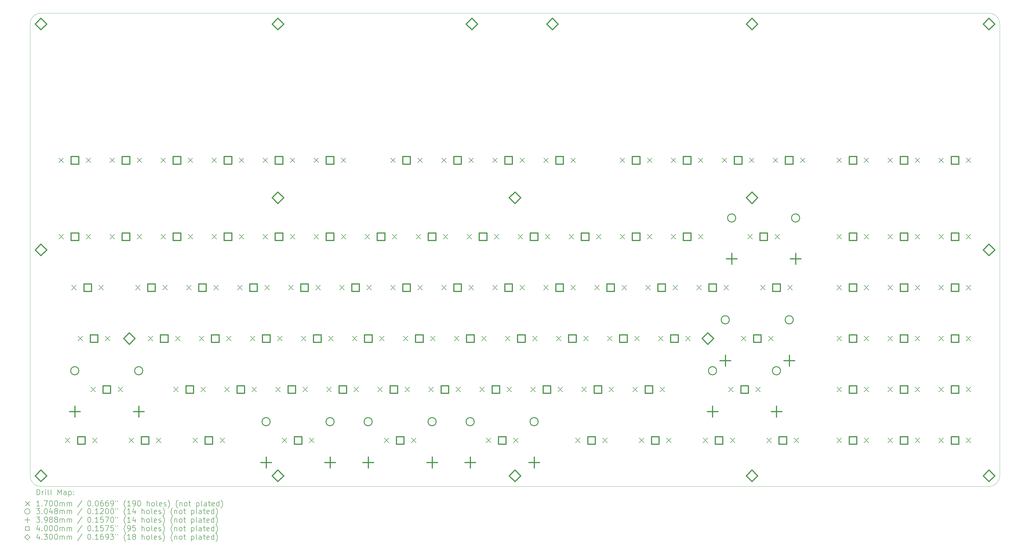
<source format=gbr>
%FSLAX45Y45*%
G04 Gerber Fmt 4.5, Leading zero omitted, Abs format (unit mm)*
G04 Created by KiCad (PCBNEW (6.0.0)) date 2022-03-01 15:51:02*
%MOMM*%
%LPD*%
G01*
G04 APERTURE LIST*
%TA.AperFunction,Profile*%
%ADD10C,0.100000*%
%TD*%
%ADD11C,0.200000*%
%ADD12C,0.170000*%
%ADD13C,0.304800*%
%ADD14C,0.398780*%
%ADD15C,0.400000*%
%ADD16C,0.430000*%
G04 APERTURE END LIST*
D10*
X47200000Y-20900000D02*
X47200000Y-33900000D01*
X46800000Y-34300000D02*
X11400000Y-34300000D01*
X11000000Y-33900000D02*
X11000000Y-20900000D01*
X11000000Y-17000000D02*
X11000000Y-20500000D01*
X46800000Y-34300000D02*
G75*
G03*
X47200000Y-33900000I0J400000D01*
G01*
X11400000Y-16600000D02*
G75*
G03*
X11000000Y-17000000I0J-400000D01*
G01*
X28175000Y-16600000D02*
X11400000Y-16600000D01*
X11000000Y-33900000D02*
G75*
G03*
X11400000Y-34300000I400000J0D01*
G01*
X47200000Y-20500000D02*
X47200000Y-17000000D01*
X47200000Y-20900000D02*
X47200000Y-20500000D01*
X29825000Y-16600000D02*
X28175000Y-16600000D01*
X47200000Y-17000000D02*
G75*
G03*
X46800000Y-16600000I-400000J0D01*
G01*
X29825000Y-16600000D02*
X46800000Y-16600000D01*
X11000000Y-20900000D02*
X11000000Y-20500000D01*
D11*
D12*
X12076500Y-22015000D02*
X12246500Y-22185000D01*
X12246500Y-22015000D02*
X12076500Y-22185000D01*
X12076500Y-24872500D02*
X12246500Y-25042500D01*
X12246500Y-24872500D02*
X12076500Y-25042500D01*
X12314625Y-32492500D02*
X12484625Y-32662500D01*
X12484625Y-32492500D02*
X12314625Y-32662500D01*
X12552750Y-26777500D02*
X12722750Y-26947500D01*
X12722750Y-26777500D02*
X12552750Y-26947500D01*
X12790875Y-28682500D02*
X12960875Y-28852500D01*
X12960875Y-28682500D02*
X12790875Y-28852500D01*
X13092500Y-22015000D02*
X13262500Y-22185000D01*
X13262500Y-22015000D02*
X13092500Y-22185000D01*
X13092500Y-24872500D02*
X13262500Y-25042500D01*
X13262500Y-24872500D02*
X13092500Y-25042500D01*
X13267125Y-30587500D02*
X13437125Y-30757500D01*
X13437125Y-30587500D02*
X13267125Y-30757500D01*
X13330625Y-32492500D02*
X13500625Y-32662500D01*
X13500625Y-32492500D02*
X13330625Y-32662500D01*
X13568750Y-26777500D02*
X13738750Y-26947500D01*
X13738750Y-26777500D02*
X13568750Y-26947500D01*
X13806875Y-28682500D02*
X13976875Y-28852500D01*
X13976875Y-28682500D02*
X13806875Y-28852500D01*
X13981500Y-22015000D02*
X14151500Y-22185000D01*
X14151500Y-22015000D02*
X13981500Y-22185000D01*
X13981500Y-24872500D02*
X14151500Y-25042500D01*
X14151500Y-24872500D02*
X13981500Y-25042500D01*
X14283125Y-30587500D02*
X14453125Y-30757500D01*
X14453125Y-30587500D02*
X14283125Y-30757500D01*
X14695875Y-32492500D02*
X14865875Y-32662500D01*
X14865875Y-32492500D02*
X14695875Y-32662500D01*
X14934000Y-26777500D02*
X15104000Y-26947500D01*
X15104000Y-26777500D02*
X14934000Y-26947500D01*
X14997500Y-22015000D02*
X15167500Y-22185000D01*
X15167500Y-22015000D02*
X14997500Y-22185000D01*
X14997500Y-24872500D02*
X15167500Y-25042500D01*
X15167500Y-24872500D02*
X14997500Y-25042500D01*
X15410250Y-28682500D02*
X15580250Y-28852500D01*
X15580250Y-28682500D02*
X15410250Y-28852500D01*
X15711875Y-32492500D02*
X15881875Y-32662500D01*
X15881875Y-32492500D02*
X15711875Y-32662500D01*
X15886500Y-22015000D02*
X16056500Y-22185000D01*
X16056500Y-22015000D02*
X15886500Y-22185000D01*
X15886500Y-24872500D02*
X16056500Y-25042500D01*
X16056500Y-24872500D02*
X15886500Y-25042500D01*
X15950000Y-26777500D02*
X16120000Y-26947500D01*
X16120000Y-26777500D02*
X15950000Y-26947500D01*
X16362750Y-30587500D02*
X16532750Y-30757500D01*
X16532750Y-30587500D02*
X16362750Y-30757500D01*
X16426250Y-28682500D02*
X16596250Y-28852500D01*
X16596250Y-28682500D02*
X16426250Y-28852500D01*
X16839000Y-26777500D02*
X17009000Y-26947500D01*
X17009000Y-26777500D02*
X16839000Y-26947500D01*
X16902500Y-22015000D02*
X17072500Y-22185000D01*
X17072500Y-22015000D02*
X16902500Y-22185000D01*
X16902500Y-24872500D02*
X17072500Y-25042500D01*
X17072500Y-24872500D02*
X16902500Y-25042500D01*
X17077125Y-32492500D02*
X17247125Y-32662500D01*
X17247125Y-32492500D02*
X17077125Y-32662500D01*
X17315250Y-28682500D02*
X17485250Y-28852500D01*
X17485250Y-28682500D02*
X17315250Y-28852500D01*
X17378750Y-30587500D02*
X17548750Y-30757500D01*
X17548750Y-30587500D02*
X17378750Y-30757500D01*
X17791500Y-22015000D02*
X17961500Y-22185000D01*
X17961500Y-22015000D02*
X17791500Y-22185000D01*
X17791500Y-24872500D02*
X17961500Y-25042500D01*
X17961500Y-24872500D02*
X17791500Y-25042500D01*
X17855000Y-26777500D02*
X18025000Y-26947500D01*
X18025000Y-26777500D02*
X17855000Y-26947500D01*
X18093125Y-32492500D02*
X18263125Y-32662500D01*
X18263125Y-32492500D02*
X18093125Y-32662500D01*
X18267750Y-30587500D02*
X18437750Y-30757500D01*
X18437750Y-30587500D02*
X18267750Y-30757500D01*
X18331250Y-28682500D02*
X18501250Y-28852500D01*
X18501250Y-28682500D02*
X18331250Y-28852500D01*
X18744000Y-26777500D02*
X18914000Y-26947500D01*
X18914000Y-26777500D02*
X18744000Y-26947500D01*
X18807500Y-22015000D02*
X18977500Y-22185000D01*
X18977500Y-22015000D02*
X18807500Y-22185000D01*
X18807500Y-24872500D02*
X18977500Y-25042500D01*
X18977500Y-24872500D02*
X18807500Y-25042500D01*
X19220250Y-28682500D02*
X19390250Y-28852500D01*
X19390250Y-28682500D02*
X19220250Y-28852500D01*
X19283750Y-30587500D02*
X19453750Y-30757500D01*
X19453750Y-30587500D02*
X19283750Y-30757500D01*
X19696500Y-22015000D02*
X19866500Y-22185000D01*
X19866500Y-22015000D02*
X19696500Y-22185000D01*
X19696500Y-24872500D02*
X19866500Y-25042500D01*
X19866500Y-24872500D02*
X19696500Y-25042500D01*
X19760000Y-26777500D02*
X19930000Y-26947500D01*
X19930000Y-26777500D02*
X19760000Y-26947500D01*
X20172750Y-30587500D02*
X20342750Y-30757500D01*
X20342750Y-30587500D02*
X20172750Y-30757500D01*
X20236250Y-28682500D02*
X20406250Y-28852500D01*
X20406250Y-28682500D02*
X20236250Y-28852500D01*
X20410875Y-32492500D02*
X20580875Y-32662500D01*
X20580875Y-32492500D02*
X20410875Y-32662500D01*
X20649000Y-26777500D02*
X20819000Y-26947500D01*
X20819000Y-26777500D02*
X20649000Y-26947500D01*
X20712500Y-22015000D02*
X20882500Y-22185000D01*
X20882500Y-22015000D02*
X20712500Y-22185000D01*
X20712500Y-24872500D02*
X20882500Y-25042500D01*
X20882500Y-24872500D02*
X20712500Y-25042500D01*
X21125250Y-28682500D02*
X21295250Y-28852500D01*
X21295250Y-28682500D02*
X21125250Y-28852500D01*
X21188750Y-30587500D02*
X21358750Y-30757500D01*
X21358750Y-30587500D02*
X21188750Y-30757500D01*
X21426875Y-32492500D02*
X21596875Y-32662500D01*
X21596875Y-32492500D02*
X21426875Y-32662500D01*
X21601500Y-22015000D02*
X21771500Y-22185000D01*
X21771500Y-22015000D02*
X21601500Y-22185000D01*
X21601500Y-24872500D02*
X21771500Y-25042500D01*
X21771500Y-24872500D02*
X21601500Y-25042500D01*
X21665000Y-26777500D02*
X21835000Y-26947500D01*
X21835000Y-26777500D02*
X21665000Y-26947500D01*
X22077750Y-30587500D02*
X22247750Y-30757500D01*
X22247750Y-30587500D02*
X22077750Y-30757500D01*
X22141250Y-28682500D02*
X22311250Y-28852500D01*
X22311250Y-28682500D02*
X22141250Y-28852500D01*
X22554000Y-26777500D02*
X22724000Y-26947500D01*
X22724000Y-26777500D02*
X22554000Y-26947500D01*
X22617500Y-22015000D02*
X22787500Y-22185000D01*
X22787500Y-22015000D02*
X22617500Y-22185000D01*
X22617500Y-24872500D02*
X22787500Y-25042500D01*
X22787500Y-24872500D02*
X22617500Y-25042500D01*
X23030250Y-28682500D02*
X23200250Y-28852500D01*
X23200250Y-28682500D02*
X23030250Y-28852500D01*
X23093750Y-30587500D02*
X23263750Y-30757500D01*
X23263750Y-30587500D02*
X23093750Y-30757500D01*
X23506500Y-24872500D02*
X23676500Y-25042500D01*
X23676500Y-24872500D02*
X23506500Y-25042500D01*
X23570000Y-26777500D02*
X23740000Y-26947500D01*
X23740000Y-26777500D02*
X23570000Y-26947500D01*
X23982750Y-30587500D02*
X24152750Y-30757500D01*
X24152750Y-30587500D02*
X23982750Y-30757500D01*
X24046250Y-28682500D02*
X24216250Y-28852500D01*
X24216250Y-28682500D02*
X24046250Y-28852500D01*
X24220875Y-32492500D02*
X24390875Y-32662500D01*
X24390875Y-32492500D02*
X24220875Y-32662500D01*
X24459000Y-22015000D02*
X24629000Y-22185000D01*
X24629000Y-22015000D02*
X24459000Y-22185000D01*
X24459000Y-26777500D02*
X24629000Y-26947500D01*
X24629000Y-26777500D02*
X24459000Y-26947500D01*
X24522500Y-24872500D02*
X24692500Y-25042500D01*
X24692500Y-24872500D02*
X24522500Y-25042500D01*
X24935250Y-28682500D02*
X25105250Y-28852500D01*
X25105250Y-28682500D02*
X24935250Y-28852500D01*
X24998750Y-30587500D02*
X25168750Y-30757500D01*
X25168750Y-30587500D02*
X24998750Y-30757500D01*
X25236875Y-32492500D02*
X25406875Y-32662500D01*
X25406875Y-32492500D02*
X25236875Y-32662500D01*
X25411500Y-24872500D02*
X25581500Y-25042500D01*
X25581500Y-24872500D02*
X25411500Y-25042500D01*
X25475000Y-22015000D02*
X25645000Y-22185000D01*
X25645000Y-22015000D02*
X25475000Y-22185000D01*
X25475000Y-26777500D02*
X25645000Y-26947500D01*
X25645000Y-26777500D02*
X25475000Y-26947500D01*
X25887750Y-30587500D02*
X26057750Y-30757500D01*
X26057750Y-30587500D02*
X25887750Y-30757500D01*
X25951250Y-28682500D02*
X26121250Y-28852500D01*
X26121250Y-28682500D02*
X25951250Y-28852500D01*
X26364000Y-22015000D02*
X26534000Y-22185000D01*
X26534000Y-22015000D02*
X26364000Y-22185000D01*
X26364000Y-26777500D02*
X26534000Y-26947500D01*
X26534000Y-26777500D02*
X26364000Y-26947500D01*
X26427500Y-24872500D02*
X26597500Y-25042500D01*
X26597500Y-24872500D02*
X26427500Y-25042500D01*
X26840250Y-28682500D02*
X27010250Y-28852500D01*
X27010250Y-28682500D02*
X26840250Y-28852500D01*
X26903750Y-30587500D02*
X27073750Y-30757500D01*
X27073750Y-30587500D02*
X26903750Y-30757500D01*
X27316500Y-24872500D02*
X27486500Y-25042500D01*
X27486500Y-24872500D02*
X27316500Y-25042500D01*
X27380000Y-22015000D02*
X27550000Y-22185000D01*
X27550000Y-22015000D02*
X27380000Y-22185000D01*
X27380000Y-26777500D02*
X27550000Y-26947500D01*
X27550000Y-26777500D02*
X27380000Y-26947500D01*
X27792750Y-30587500D02*
X27962750Y-30757500D01*
X27962750Y-30587500D02*
X27792750Y-30757500D01*
X27856250Y-28682500D02*
X28026250Y-28852500D01*
X28026250Y-28682500D02*
X27856250Y-28852500D01*
X28030875Y-32492500D02*
X28200875Y-32662500D01*
X28200875Y-32492500D02*
X28030875Y-32662500D01*
X28269000Y-22015000D02*
X28439000Y-22185000D01*
X28439000Y-22015000D02*
X28269000Y-22185000D01*
X28269000Y-26777500D02*
X28439000Y-26947500D01*
X28439000Y-26777500D02*
X28269000Y-26947500D01*
X28332500Y-24872500D02*
X28502500Y-25042500D01*
X28502500Y-24872500D02*
X28332500Y-25042500D01*
X28745250Y-28682500D02*
X28915250Y-28852500D01*
X28915250Y-28682500D02*
X28745250Y-28852500D01*
X28808750Y-30587500D02*
X28978750Y-30757500D01*
X28978750Y-30587500D02*
X28808750Y-30757500D01*
X29046875Y-32492500D02*
X29216875Y-32662500D01*
X29216875Y-32492500D02*
X29046875Y-32662500D01*
X29221500Y-24872500D02*
X29391500Y-25042500D01*
X29391500Y-24872500D02*
X29221500Y-25042500D01*
X29285000Y-22015000D02*
X29455000Y-22185000D01*
X29455000Y-22015000D02*
X29285000Y-22185000D01*
X29285000Y-26777500D02*
X29455000Y-26947500D01*
X29455000Y-26777500D02*
X29285000Y-26947500D01*
X29697750Y-30587500D02*
X29867750Y-30757500D01*
X29867750Y-30587500D02*
X29697750Y-30757500D01*
X29761250Y-28682500D02*
X29931250Y-28852500D01*
X29931250Y-28682500D02*
X29761250Y-28852500D01*
X30174000Y-22015000D02*
X30344000Y-22185000D01*
X30344000Y-22015000D02*
X30174000Y-22185000D01*
X30174000Y-26777500D02*
X30344000Y-26947500D01*
X30344000Y-26777500D02*
X30174000Y-26947500D01*
X30237500Y-24872500D02*
X30407500Y-25042500D01*
X30407500Y-24872500D02*
X30237500Y-25042500D01*
X30650250Y-28682500D02*
X30820250Y-28852500D01*
X30820250Y-28682500D02*
X30650250Y-28852500D01*
X30713750Y-30587500D02*
X30883750Y-30757500D01*
X30883750Y-30587500D02*
X30713750Y-30757500D01*
X31126500Y-24872500D02*
X31296500Y-25042500D01*
X31296500Y-24872500D02*
X31126500Y-25042500D01*
X31190000Y-22015000D02*
X31360000Y-22185000D01*
X31360000Y-22015000D02*
X31190000Y-22185000D01*
X31190000Y-26777500D02*
X31360000Y-26947500D01*
X31360000Y-26777500D02*
X31190000Y-26947500D01*
X31364625Y-32492500D02*
X31534625Y-32662500D01*
X31534625Y-32492500D02*
X31364625Y-32662500D01*
X31602750Y-30587500D02*
X31772750Y-30757500D01*
X31772750Y-30587500D02*
X31602750Y-30757500D01*
X31666250Y-28682500D02*
X31836250Y-28852500D01*
X31836250Y-28682500D02*
X31666250Y-28852500D01*
X32079000Y-26777500D02*
X32249000Y-26947500D01*
X32249000Y-26777500D02*
X32079000Y-26947500D01*
X32142500Y-24872500D02*
X32312500Y-25042500D01*
X32312500Y-24872500D02*
X32142500Y-25042500D01*
X32380625Y-32492500D02*
X32550625Y-32662500D01*
X32550625Y-32492500D02*
X32380625Y-32662500D01*
X32555250Y-28682500D02*
X32725250Y-28852500D01*
X32725250Y-28682500D02*
X32555250Y-28852500D01*
X32618750Y-30587500D02*
X32788750Y-30757500D01*
X32788750Y-30587500D02*
X32618750Y-30757500D01*
X33031500Y-22015000D02*
X33201500Y-22185000D01*
X33201500Y-22015000D02*
X33031500Y-22185000D01*
X33031500Y-24872500D02*
X33201500Y-25042500D01*
X33201500Y-24872500D02*
X33031500Y-25042500D01*
X33095000Y-26777500D02*
X33265000Y-26947500D01*
X33265000Y-26777500D02*
X33095000Y-26947500D01*
X33507750Y-30587500D02*
X33677750Y-30757500D01*
X33677750Y-30587500D02*
X33507750Y-30757500D01*
X33571250Y-28682500D02*
X33741250Y-28852500D01*
X33741250Y-28682500D02*
X33571250Y-28852500D01*
X33745875Y-32492500D02*
X33915875Y-32662500D01*
X33915875Y-32492500D02*
X33745875Y-32662500D01*
X33984000Y-26777500D02*
X34154000Y-26947500D01*
X34154000Y-26777500D02*
X33984000Y-26947500D01*
X34047500Y-22015000D02*
X34217500Y-22185000D01*
X34217500Y-22015000D02*
X34047500Y-22185000D01*
X34047500Y-24872500D02*
X34217500Y-25042500D01*
X34217500Y-24872500D02*
X34047500Y-25042500D01*
X34460250Y-28682500D02*
X34630250Y-28852500D01*
X34630250Y-28682500D02*
X34460250Y-28852500D01*
X34523750Y-30587500D02*
X34693750Y-30757500D01*
X34693750Y-30587500D02*
X34523750Y-30757500D01*
X34761875Y-32492500D02*
X34931875Y-32662500D01*
X34931875Y-32492500D02*
X34761875Y-32662500D01*
X34936500Y-22015000D02*
X35106500Y-22185000D01*
X35106500Y-22015000D02*
X34936500Y-22185000D01*
X34936500Y-24872500D02*
X35106500Y-25042500D01*
X35106500Y-24872500D02*
X34936500Y-25042500D01*
X35000000Y-26777500D02*
X35170000Y-26947500D01*
X35170000Y-26777500D02*
X35000000Y-26947500D01*
X35476250Y-28682500D02*
X35646250Y-28852500D01*
X35646250Y-28682500D02*
X35476250Y-28852500D01*
X35889000Y-26777500D02*
X36059000Y-26947500D01*
X36059000Y-26777500D02*
X35889000Y-26947500D01*
X35952500Y-22015000D02*
X36122500Y-22185000D01*
X36122500Y-22015000D02*
X35952500Y-22185000D01*
X35952500Y-24872500D02*
X36122500Y-25042500D01*
X36122500Y-24872500D02*
X35952500Y-25042500D01*
X36127125Y-32492500D02*
X36297125Y-32662500D01*
X36297125Y-32492500D02*
X36127125Y-32662500D01*
X36841500Y-22015000D02*
X37011500Y-22185000D01*
X37011500Y-22015000D02*
X36841500Y-22185000D01*
X36905000Y-26777500D02*
X37075000Y-26947500D01*
X37075000Y-26777500D02*
X36905000Y-26947500D01*
X37079625Y-30587500D02*
X37249625Y-30757500D01*
X37249625Y-30587500D02*
X37079625Y-30757500D01*
X37143125Y-32492500D02*
X37313125Y-32662500D01*
X37313125Y-32492500D02*
X37143125Y-32662500D01*
X37555875Y-28682500D02*
X37725875Y-28852500D01*
X37725875Y-28682500D02*
X37555875Y-28852500D01*
X37794000Y-24872500D02*
X37964000Y-25042500D01*
X37964000Y-24872500D02*
X37794000Y-25042500D01*
X37857500Y-22015000D02*
X38027500Y-22185000D01*
X38027500Y-22015000D02*
X37857500Y-22185000D01*
X38095625Y-30587500D02*
X38265625Y-30757500D01*
X38265625Y-30587500D02*
X38095625Y-30757500D01*
X38270250Y-26777500D02*
X38440250Y-26947500D01*
X38440250Y-26777500D02*
X38270250Y-26947500D01*
X38508375Y-32492500D02*
X38678375Y-32662500D01*
X38678375Y-32492500D02*
X38508375Y-32662500D01*
X38571875Y-28682500D02*
X38741875Y-28852500D01*
X38741875Y-28682500D02*
X38571875Y-28852500D01*
X38746500Y-22015000D02*
X38916500Y-22185000D01*
X38916500Y-22015000D02*
X38746500Y-22185000D01*
X38810000Y-24872500D02*
X38980000Y-25042500D01*
X38980000Y-24872500D02*
X38810000Y-25042500D01*
X39286250Y-26777500D02*
X39456250Y-26947500D01*
X39456250Y-26777500D02*
X39286250Y-26947500D01*
X39524375Y-32492500D02*
X39694375Y-32662500D01*
X39694375Y-32492500D02*
X39524375Y-32662500D01*
X39762500Y-22015000D02*
X39932500Y-22185000D01*
X39932500Y-22015000D02*
X39762500Y-22185000D01*
X41127750Y-22015000D02*
X41297750Y-22185000D01*
X41297750Y-22015000D02*
X41127750Y-22185000D01*
X41127750Y-24872500D02*
X41297750Y-25042500D01*
X41297750Y-24872500D02*
X41127750Y-25042500D01*
X41127750Y-26777500D02*
X41297750Y-26947500D01*
X41297750Y-26777500D02*
X41127750Y-26947500D01*
X41127750Y-28682500D02*
X41297750Y-28852500D01*
X41297750Y-28682500D02*
X41127750Y-28852500D01*
X41127750Y-30587500D02*
X41297750Y-30757500D01*
X41297750Y-30587500D02*
X41127750Y-30757500D01*
X41127750Y-32492500D02*
X41297750Y-32662500D01*
X41297750Y-32492500D02*
X41127750Y-32662500D01*
X42143750Y-22015000D02*
X42313750Y-22185000D01*
X42313750Y-22015000D02*
X42143750Y-22185000D01*
X42143750Y-24872500D02*
X42313750Y-25042500D01*
X42313750Y-24872500D02*
X42143750Y-25042500D01*
X42143750Y-26777500D02*
X42313750Y-26947500D01*
X42313750Y-26777500D02*
X42143750Y-26947500D01*
X42143750Y-28682500D02*
X42313750Y-28852500D01*
X42313750Y-28682500D02*
X42143750Y-28852500D01*
X42143750Y-30587500D02*
X42313750Y-30757500D01*
X42313750Y-30587500D02*
X42143750Y-30757500D01*
X42143750Y-32492500D02*
X42313750Y-32662500D01*
X42313750Y-32492500D02*
X42143750Y-32662500D01*
X43032750Y-22015000D02*
X43202750Y-22185000D01*
X43202750Y-22015000D02*
X43032750Y-22185000D01*
X43032750Y-24872500D02*
X43202750Y-25042500D01*
X43202750Y-24872500D02*
X43032750Y-25042500D01*
X43032750Y-26777500D02*
X43202750Y-26947500D01*
X43202750Y-26777500D02*
X43032750Y-26947500D01*
X43032750Y-28682500D02*
X43202750Y-28852500D01*
X43202750Y-28682500D02*
X43032750Y-28852500D01*
X43032750Y-30587500D02*
X43202750Y-30757500D01*
X43202750Y-30587500D02*
X43032750Y-30757500D01*
X43032750Y-32492500D02*
X43202750Y-32662500D01*
X43202750Y-32492500D02*
X43032750Y-32662500D01*
X44048750Y-22015000D02*
X44218750Y-22185000D01*
X44218750Y-22015000D02*
X44048750Y-22185000D01*
X44048750Y-24872500D02*
X44218750Y-25042500D01*
X44218750Y-24872500D02*
X44048750Y-25042500D01*
X44048750Y-26777500D02*
X44218750Y-26947500D01*
X44218750Y-26777500D02*
X44048750Y-26947500D01*
X44048750Y-28682500D02*
X44218750Y-28852500D01*
X44218750Y-28682500D02*
X44048750Y-28852500D01*
X44048750Y-30587500D02*
X44218750Y-30757500D01*
X44218750Y-30587500D02*
X44048750Y-30757500D01*
X44048750Y-32492500D02*
X44218750Y-32662500D01*
X44218750Y-32492500D02*
X44048750Y-32662500D01*
X44937750Y-22015000D02*
X45107750Y-22185000D01*
X45107750Y-22015000D02*
X44937750Y-22185000D01*
X44937750Y-24872500D02*
X45107750Y-25042500D01*
X45107750Y-24872500D02*
X44937750Y-25042500D01*
X44937750Y-26777500D02*
X45107750Y-26947500D01*
X45107750Y-26777500D02*
X44937750Y-26947500D01*
X44937750Y-28682500D02*
X45107750Y-28852500D01*
X45107750Y-28682500D02*
X44937750Y-28852500D01*
X44937750Y-30587500D02*
X45107750Y-30757500D01*
X45107750Y-30587500D02*
X44937750Y-30757500D01*
X44937750Y-32492500D02*
X45107750Y-32662500D01*
X45107750Y-32492500D02*
X44937750Y-32662500D01*
X45953750Y-22015000D02*
X46123750Y-22185000D01*
X46123750Y-22015000D02*
X45953750Y-22185000D01*
X45953750Y-24872500D02*
X46123750Y-25042500D01*
X46123750Y-24872500D02*
X45953750Y-25042500D01*
X45953750Y-26777500D02*
X46123750Y-26947500D01*
X46123750Y-26777500D02*
X45953750Y-26947500D01*
X45953750Y-28682500D02*
X46123750Y-28852500D01*
X46123750Y-28682500D02*
X45953750Y-28852500D01*
X45953750Y-30587500D02*
X46123750Y-30757500D01*
X46123750Y-30587500D02*
X45953750Y-30757500D01*
X45953750Y-32492500D02*
X46123750Y-32662500D01*
X46123750Y-32492500D02*
X45953750Y-32662500D01*
D13*
X12818725Y-29974000D02*
G75*
G03*
X12818725Y-29974000I-152400J0D01*
G01*
X15206325Y-29974000D02*
G75*
G03*
X15206325Y-29974000I-152400J0D01*
G01*
X19962475Y-31879000D02*
G75*
G03*
X19962475Y-31879000I-152400J0D01*
G01*
X22350075Y-31879000D02*
G75*
G03*
X22350075Y-31879000I-152400J0D01*
G01*
X23772475Y-31879000D02*
G75*
G03*
X23772475Y-31879000I-152400J0D01*
G01*
X26160075Y-31879000D02*
G75*
G03*
X26160075Y-31879000I-152400J0D01*
G01*
X27582475Y-31879000D02*
G75*
G03*
X27582475Y-31879000I-152400J0D01*
G01*
X29970075Y-31879000D02*
G75*
G03*
X29970075Y-31879000I-152400J0D01*
G01*
X36631225Y-29974000D02*
G75*
G03*
X36631225Y-29974000I-152400J0D01*
G01*
X37107475Y-28069000D02*
G75*
G03*
X37107475Y-28069000I-152400J0D01*
G01*
X37345600Y-24259000D02*
G75*
G03*
X37345600Y-24259000I-152400J0D01*
G01*
X39018825Y-29974000D02*
G75*
G03*
X39018825Y-29974000I-152400J0D01*
G01*
X39495075Y-28069000D02*
G75*
G03*
X39495075Y-28069000I-152400J0D01*
G01*
X39733200Y-24259000D02*
G75*
G03*
X39733200Y-24259000I-152400J0D01*
G01*
D14*
X12666325Y-31298610D02*
X12666325Y-31697390D01*
X12466935Y-31498000D02*
X12865715Y-31498000D01*
X15053925Y-31298610D02*
X15053925Y-31697390D01*
X14854535Y-31498000D02*
X15253315Y-31498000D01*
X19810075Y-33203610D02*
X19810075Y-33602390D01*
X19610685Y-33403000D02*
X20009465Y-33403000D01*
X22197675Y-33203610D02*
X22197675Y-33602390D01*
X21998285Y-33403000D02*
X22397065Y-33403000D01*
X23620075Y-33203610D02*
X23620075Y-33602390D01*
X23420685Y-33403000D02*
X23819465Y-33403000D01*
X26007675Y-33203610D02*
X26007675Y-33602390D01*
X25808285Y-33403000D02*
X26207065Y-33403000D01*
X27430075Y-33203610D02*
X27430075Y-33602390D01*
X27230685Y-33403000D02*
X27629465Y-33403000D01*
X29817675Y-33203610D02*
X29817675Y-33602390D01*
X29618285Y-33403000D02*
X30017065Y-33403000D01*
X36478825Y-31298610D02*
X36478825Y-31697390D01*
X36279435Y-31498000D02*
X36678215Y-31498000D01*
X36955075Y-29393610D02*
X36955075Y-29792390D01*
X36755685Y-29593000D02*
X37154465Y-29593000D01*
X37193200Y-25583610D02*
X37193200Y-25982390D01*
X36993810Y-25783000D02*
X37392590Y-25783000D01*
X38866425Y-31298610D02*
X38866425Y-31697390D01*
X38667035Y-31498000D02*
X39065815Y-31498000D01*
X39342675Y-29393610D02*
X39342675Y-29792390D01*
X39143285Y-29593000D02*
X39542065Y-29593000D01*
X39580800Y-25583610D02*
X39580800Y-25982390D01*
X39381410Y-25783000D02*
X39780190Y-25783000D01*
D15*
X12810923Y-22241423D02*
X12810923Y-21958577D01*
X12528077Y-21958577D01*
X12528077Y-22241423D01*
X12810923Y-22241423D01*
X12810923Y-25098923D02*
X12810923Y-24816077D01*
X12528077Y-24816077D01*
X12528077Y-25098923D01*
X12810923Y-25098923D01*
X13049048Y-32718923D02*
X13049048Y-32436077D01*
X12766202Y-32436077D01*
X12766202Y-32718923D01*
X13049048Y-32718923D01*
X13287173Y-27003923D02*
X13287173Y-26721077D01*
X13004327Y-26721077D01*
X13004327Y-27003923D01*
X13287173Y-27003923D01*
X13525298Y-28908923D02*
X13525298Y-28626077D01*
X13242452Y-28626077D01*
X13242452Y-28908923D01*
X13525298Y-28908923D01*
X14001548Y-30813923D02*
X14001548Y-30531077D01*
X13718702Y-30531077D01*
X13718702Y-30813923D01*
X14001548Y-30813923D01*
X14715923Y-22241423D02*
X14715923Y-21958577D01*
X14433077Y-21958577D01*
X14433077Y-22241423D01*
X14715923Y-22241423D01*
X14715923Y-25098923D02*
X14715923Y-24816077D01*
X14433077Y-24816077D01*
X14433077Y-25098923D01*
X14715923Y-25098923D01*
X15430298Y-32718923D02*
X15430298Y-32436077D01*
X15147452Y-32436077D01*
X15147452Y-32718923D01*
X15430298Y-32718923D01*
X15668423Y-27003923D02*
X15668423Y-26721077D01*
X15385577Y-26721077D01*
X15385577Y-27003923D01*
X15668423Y-27003923D01*
X16144673Y-28908923D02*
X16144673Y-28626077D01*
X15861827Y-28626077D01*
X15861827Y-28908923D01*
X16144673Y-28908923D01*
X16620923Y-22241423D02*
X16620923Y-21958577D01*
X16338077Y-21958577D01*
X16338077Y-22241423D01*
X16620923Y-22241423D01*
X16620923Y-25098923D02*
X16620923Y-24816077D01*
X16338077Y-24816077D01*
X16338077Y-25098923D01*
X16620923Y-25098923D01*
X17097173Y-30813923D02*
X17097173Y-30531077D01*
X16814327Y-30531077D01*
X16814327Y-30813923D01*
X17097173Y-30813923D01*
X17573423Y-27003923D02*
X17573423Y-26721077D01*
X17290577Y-26721077D01*
X17290577Y-27003923D01*
X17573423Y-27003923D01*
X17811548Y-32718923D02*
X17811548Y-32436077D01*
X17528702Y-32436077D01*
X17528702Y-32718923D01*
X17811548Y-32718923D01*
X18049673Y-28908923D02*
X18049673Y-28626077D01*
X17766827Y-28626077D01*
X17766827Y-28908923D01*
X18049673Y-28908923D01*
X18525923Y-22241423D02*
X18525923Y-21958577D01*
X18243077Y-21958577D01*
X18243077Y-22241423D01*
X18525923Y-22241423D01*
X18525923Y-25098923D02*
X18525923Y-24816077D01*
X18243077Y-24816077D01*
X18243077Y-25098923D01*
X18525923Y-25098923D01*
X19002173Y-30813923D02*
X19002173Y-30531077D01*
X18719327Y-30531077D01*
X18719327Y-30813923D01*
X19002173Y-30813923D01*
X19478423Y-27003923D02*
X19478423Y-26721077D01*
X19195577Y-26721077D01*
X19195577Y-27003923D01*
X19478423Y-27003923D01*
X19954673Y-28908923D02*
X19954673Y-28626077D01*
X19671827Y-28626077D01*
X19671827Y-28908923D01*
X19954673Y-28908923D01*
X20430923Y-22241423D02*
X20430923Y-21958577D01*
X20148077Y-21958577D01*
X20148077Y-22241423D01*
X20430923Y-22241423D01*
X20430923Y-25098923D02*
X20430923Y-24816077D01*
X20148077Y-24816077D01*
X20148077Y-25098923D01*
X20430923Y-25098923D01*
X20907173Y-30813923D02*
X20907173Y-30531077D01*
X20624327Y-30531077D01*
X20624327Y-30813923D01*
X20907173Y-30813923D01*
X21145298Y-32718923D02*
X21145298Y-32436077D01*
X20862452Y-32436077D01*
X20862452Y-32718923D01*
X21145298Y-32718923D01*
X21383423Y-27003923D02*
X21383423Y-26721077D01*
X21100577Y-26721077D01*
X21100577Y-27003923D01*
X21383423Y-27003923D01*
X21859673Y-28908923D02*
X21859673Y-28626077D01*
X21576827Y-28626077D01*
X21576827Y-28908923D01*
X21859673Y-28908923D01*
X22335923Y-22241423D02*
X22335923Y-21958577D01*
X22053077Y-21958577D01*
X22053077Y-22241423D01*
X22335923Y-22241423D01*
X22335923Y-25098923D02*
X22335923Y-24816077D01*
X22053077Y-24816077D01*
X22053077Y-25098923D01*
X22335923Y-25098923D01*
X22812173Y-30813923D02*
X22812173Y-30531077D01*
X22529327Y-30531077D01*
X22529327Y-30813923D01*
X22812173Y-30813923D01*
X23288423Y-27003923D02*
X23288423Y-26721077D01*
X23005577Y-26721077D01*
X23005577Y-27003923D01*
X23288423Y-27003923D01*
X23764673Y-28908923D02*
X23764673Y-28626077D01*
X23481827Y-28626077D01*
X23481827Y-28908923D01*
X23764673Y-28908923D01*
X24240923Y-25098923D02*
X24240923Y-24816077D01*
X23958077Y-24816077D01*
X23958077Y-25098923D01*
X24240923Y-25098923D01*
X24717173Y-30813923D02*
X24717173Y-30531077D01*
X24434327Y-30531077D01*
X24434327Y-30813923D01*
X24717173Y-30813923D01*
X24955298Y-32718923D02*
X24955298Y-32436077D01*
X24672452Y-32436077D01*
X24672452Y-32718923D01*
X24955298Y-32718923D01*
X25193423Y-22241423D02*
X25193423Y-21958577D01*
X24910577Y-21958577D01*
X24910577Y-22241423D01*
X25193423Y-22241423D01*
X25193423Y-27003923D02*
X25193423Y-26721077D01*
X24910577Y-26721077D01*
X24910577Y-27003923D01*
X25193423Y-27003923D01*
X25669673Y-28908923D02*
X25669673Y-28626077D01*
X25386827Y-28626077D01*
X25386827Y-28908923D01*
X25669673Y-28908923D01*
X26145923Y-25098923D02*
X26145923Y-24816077D01*
X25863077Y-24816077D01*
X25863077Y-25098923D01*
X26145923Y-25098923D01*
X26622173Y-30813923D02*
X26622173Y-30531077D01*
X26339327Y-30531077D01*
X26339327Y-30813923D01*
X26622173Y-30813923D01*
X27098423Y-22241423D02*
X27098423Y-21958577D01*
X26815577Y-21958577D01*
X26815577Y-22241423D01*
X27098423Y-22241423D01*
X27098423Y-27003923D02*
X27098423Y-26721077D01*
X26815577Y-26721077D01*
X26815577Y-27003923D01*
X27098423Y-27003923D01*
X27574673Y-28908923D02*
X27574673Y-28626077D01*
X27291827Y-28626077D01*
X27291827Y-28908923D01*
X27574673Y-28908923D01*
X28050923Y-25098923D02*
X28050923Y-24816077D01*
X27768077Y-24816077D01*
X27768077Y-25098923D01*
X28050923Y-25098923D01*
X28527173Y-30813923D02*
X28527173Y-30531077D01*
X28244327Y-30531077D01*
X28244327Y-30813923D01*
X28527173Y-30813923D01*
X28765298Y-32718923D02*
X28765298Y-32436077D01*
X28482452Y-32436077D01*
X28482452Y-32718923D01*
X28765298Y-32718923D01*
X29003423Y-22241423D02*
X29003423Y-21958577D01*
X28720577Y-21958577D01*
X28720577Y-22241423D01*
X29003423Y-22241423D01*
X29003423Y-27003923D02*
X29003423Y-26721077D01*
X28720577Y-26721077D01*
X28720577Y-27003923D01*
X29003423Y-27003923D01*
X29479673Y-28908923D02*
X29479673Y-28626077D01*
X29196827Y-28626077D01*
X29196827Y-28908923D01*
X29479673Y-28908923D01*
X29955923Y-25098923D02*
X29955923Y-24816077D01*
X29673077Y-24816077D01*
X29673077Y-25098923D01*
X29955923Y-25098923D01*
X30432173Y-30813923D02*
X30432173Y-30531077D01*
X30149327Y-30531077D01*
X30149327Y-30813923D01*
X30432173Y-30813923D01*
X30908423Y-22241423D02*
X30908423Y-21958577D01*
X30625577Y-21958577D01*
X30625577Y-22241423D01*
X30908423Y-22241423D01*
X30908423Y-27003923D02*
X30908423Y-26721077D01*
X30625577Y-26721077D01*
X30625577Y-27003923D01*
X30908423Y-27003923D01*
X31384673Y-28908923D02*
X31384673Y-28626077D01*
X31101827Y-28626077D01*
X31101827Y-28908923D01*
X31384673Y-28908923D01*
X31860923Y-25098923D02*
X31860923Y-24816077D01*
X31578077Y-24816077D01*
X31578077Y-25098923D01*
X31860923Y-25098923D01*
X32099048Y-32718923D02*
X32099048Y-32436077D01*
X31816202Y-32436077D01*
X31816202Y-32718923D01*
X32099048Y-32718923D01*
X32337173Y-30813923D02*
X32337173Y-30531077D01*
X32054327Y-30531077D01*
X32054327Y-30813923D01*
X32337173Y-30813923D01*
X32813423Y-27003923D02*
X32813423Y-26721077D01*
X32530577Y-26721077D01*
X32530577Y-27003923D01*
X32813423Y-27003923D01*
X33289673Y-28908923D02*
X33289673Y-28626077D01*
X33006827Y-28626077D01*
X33006827Y-28908923D01*
X33289673Y-28908923D01*
X33765923Y-22241423D02*
X33765923Y-21958577D01*
X33483077Y-21958577D01*
X33483077Y-22241423D01*
X33765923Y-22241423D01*
X33765923Y-25098923D02*
X33765923Y-24816077D01*
X33483077Y-24816077D01*
X33483077Y-25098923D01*
X33765923Y-25098923D01*
X34242173Y-30813923D02*
X34242173Y-30531077D01*
X33959327Y-30531077D01*
X33959327Y-30813923D01*
X34242173Y-30813923D01*
X34480298Y-32718923D02*
X34480298Y-32436077D01*
X34197452Y-32436077D01*
X34197452Y-32718923D01*
X34480298Y-32718923D01*
X34718423Y-27003923D02*
X34718423Y-26721077D01*
X34435577Y-26721077D01*
X34435577Y-27003923D01*
X34718423Y-27003923D01*
X35194673Y-28908923D02*
X35194673Y-28626077D01*
X34911827Y-28626077D01*
X34911827Y-28908923D01*
X35194673Y-28908923D01*
X35670923Y-22241423D02*
X35670923Y-21958577D01*
X35388077Y-21958577D01*
X35388077Y-22241423D01*
X35670923Y-22241423D01*
X35670923Y-25098923D02*
X35670923Y-24816077D01*
X35388077Y-24816077D01*
X35388077Y-25098923D01*
X35670923Y-25098923D01*
X36623423Y-27003923D02*
X36623423Y-26721077D01*
X36340577Y-26721077D01*
X36340577Y-27003923D01*
X36623423Y-27003923D01*
X36861548Y-32718923D02*
X36861548Y-32436077D01*
X36578702Y-32436077D01*
X36578702Y-32718923D01*
X36861548Y-32718923D01*
X37575923Y-22241423D02*
X37575923Y-21958577D01*
X37293077Y-21958577D01*
X37293077Y-22241423D01*
X37575923Y-22241423D01*
X37814048Y-30813923D02*
X37814048Y-30531077D01*
X37531202Y-30531077D01*
X37531202Y-30813923D01*
X37814048Y-30813923D01*
X38290298Y-28908923D02*
X38290298Y-28626077D01*
X38007452Y-28626077D01*
X38007452Y-28908923D01*
X38290298Y-28908923D01*
X38528423Y-25098923D02*
X38528423Y-24816077D01*
X38245577Y-24816077D01*
X38245577Y-25098923D01*
X38528423Y-25098923D01*
X39004673Y-27003923D02*
X39004673Y-26721077D01*
X38721827Y-26721077D01*
X38721827Y-27003923D01*
X39004673Y-27003923D01*
X39242798Y-32718923D02*
X39242798Y-32436077D01*
X38959952Y-32436077D01*
X38959952Y-32718923D01*
X39242798Y-32718923D01*
X39480923Y-22241423D02*
X39480923Y-21958577D01*
X39198077Y-21958577D01*
X39198077Y-22241423D01*
X39480923Y-22241423D01*
X41862173Y-22241423D02*
X41862173Y-21958577D01*
X41579327Y-21958577D01*
X41579327Y-22241423D01*
X41862173Y-22241423D01*
X41862173Y-25098923D02*
X41862173Y-24816077D01*
X41579327Y-24816077D01*
X41579327Y-25098923D01*
X41862173Y-25098923D01*
X41862173Y-27003923D02*
X41862173Y-26721077D01*
X41579327Y-26721077D01*
X41579327Y-27003923D01*
X41862173Y-27003923D01*
X41862173Y-28908923D02*
X41862173Y-28626077D01*
X41579327Y-28626077D01*
X41579327Y-28908923D01*
X41862173Y-28908923D01*
X41862173Y-30813923D02*
X41862173Y-30531077D01*
X41579327Y-30531077D01*
X41579327Y-30813923D01*
X41862173Y-30813923D01*
X41862173Y-32718923D02*
X41862173Y-32436077D01*
X41579327Y-32436077D01*
X41579327Y-32718923D01*
X41862173Y-32718923D01*
X43767173Y-22241423D02*
X43767173Y-21958577D01*
X43484327Y-21958577D01*
X43484327Y-22241423D01*
X43767173Y-22241423D01*
X43767173Y-25098923D02*
X43767173Y-24816077D01*
X43484327Y-24816077D01*
X43484327Y-25098923D01*
X43767173Y-25098923D01*
X43767173Y-27003923D02*
X43767173Y-26721077D01*
X43484327Y-26721077D01*
X43484327Y-27003923D01*
X43767173Y-27003923D01*
X43767173Y-28908923D02*
X43767173Y-28626077D01*
X43484327Y-28626077D01*
X43484327Y-28908923D01*
X43767173Y-28908923D01*
X43767173Y-30813923D02*
X43767173Y-30531077D01*
X43484327Y-30531077D01*
X43484327Y-30813923D01*
X43767173Y-30813923D01*
X43767173Y-32718923D02*
X43767173Y-32436077D01*
X43484327Y-32436077D01*
X43484327Y-32718923D01*
X43767173Y-32718923D01*
X45672173Y-22241423D02*
X45672173Y-21958577D01*
X45389327Y-21958577D01*
X45389327Y-22241423D01*
X45672173Y-22241423D01*
X45672173Y-25098923D02*
X45672173Y-24816077D01*
X45389327Y-24816077D01*
X45389327Y-25098923D01*
X45672173Y-25098923D01*
X45672173Y-27003923D02*
X45672173Y-26721077D01*
X45389327Y-26721077D01*
X45389327Y-27003923D01*
X45672173Y-27003923D01*
X45672173Y-28908923D02*
X45672173Y-28626077D01*
X45389327Y-28626077D01*
X45389327Y-28908923D01*
X45672173Y-28908923D01*
X45672173Y-30813923D02*
X45672173Y-30531077D01*
X45389327Y-30531077D01*
X45389327Y-30813923D01*
X45672173Y-30813923D01*
X45672173Y-32718923D02*
X45672173Y-32436077D01*
X45389327Y-32436077D01*
X45389327Y-32718923D01*
X45672173Y-32718923D01*
D16*
X11400000Y-17215000D02*
X11615000Y-17000000D01*
X11400000Y-16785000D01*
X11185000Y-17000000D01*
X11400000Y-17215000D01*
X11400000Y-25664956D02*
X11615000Y-25449956D01*
X11400000Y-25234956D01*
X11185000Y-25449956D01*
X11400000Y-25664956D01*
X11400000Y-34115000D02*
X11615000Y-33900000D01*
X11400000Y-33685000D01*
X11185000Y-33900000D01*
X11400000Y-34115000D01*
X14700000Y-28982500D02*
X14915000Y-28767500D01*
X14700000Y-28552500D01*
X14485000Y-28767500D01*
X14700000Y-28982500D01*
X20250000Y-17215000D02*
X20465000Y-17000000D01*
X20250000Y-16785000D01*
X20035000Y-17000000D01*
X20250000Y-17215000D01*
X20250000Y-23715000D02*
X20465000Y-23500000D01*
X20250000Y-23285000D01*
X20035000Y-23500000D01*
X20250000Y-23715000D01*
X20250000Y-34115000D02*
X20465000Y-33900000D01*
X20250000Y-33685000D01*
X20035000Y-33900000D01*
X20250000Y-34115000D01*
X27490535Y-17215000D02*
X27705535Y-17000000D01*
X27490535Y-16785000D01*
X27275535Y-17000000D01*
X27490535Y-17215000D01*
X29100000Y-23715000D02*
X29315000Y-23500000D01*
X29100000Y-23285000D01*
X28885000Y-23500000D01*
X29100000Y-23715000D01*
X29100000Y-34115000D02*
X29315000Y-33900000D01*
X29100000Y-33685000D01*
X28885000Y-33900000D01*
X29100000Y-34115000D01*
X30500000Y-17215000D02*
X30715000Y-17000000D01*
X30500000Y-16785000D01*
X30285000Y-17000000D01*
X30500000Y-17215000D01*
X36300000Y-28982500D02*
X36515000Y-28767500D01*
X36300000Y-28552500D01*
X36085000Y-28767500D01*
X36300000Y-28982500D01*
X37950000Y-17215000D02*
X38165000Y-17000000D01*
X37950000Y-16785000D01*
X37735000Y-17000000D01*
X37950000Y-17215000D01*
X37950000Y-23715000D02*
X38165000Y-23500000D01*
X37950000Y-23285000D01*
X37735000Y-23500000D01*
X37950000Y-23715000D01*
X37950000Y-34115000D02*
X38165000Y-33900000D01*
X37950000Y-33685000D01*
X37735000Y-33900000D01*
X37950000Y-34115000D01*
X46799956Y-25664956D02*
X47014956Y-25449956D01*
X46799956Y-25234956D01*
X46584956Y-25449956D01*
X46799956Y-25664956D01*
X46800000Y-17215000D02*
X47015000Y-17000000D01*
X46800000Y-16785000D01*
X46585000Y-17000000D01*
X46800000Y-17215000D01*
X46800000Y-34115000D02*
X47015000Y-33900000D01*
X46800000Y-33685000D01*
X46585000Y-33900000D01*
X46800000Y-34115000D01*
D11*
X11252619Y-34615476D02*
X11252619Y-34415476D01*
X11300238Y-34415476D01*
X11328809Y-34425000D01*
X11347857Y-34444048D01*
X11357381Y-34463095D01*
X11366905Y-34501190D01*
X11366905Y-34529762D01*
X11357381Y-34567857D01*
X11347857Y-34586905D01*
X11328809Y-34605952D01*
X11300238Y-34615476D01*
X11252619Y-34615476D01*
X11452619Y-34615476D02*
X11452619Y-34482143D01*
X11452619Y-34520238D02*
X11462143Y-34501190D01*
X11471667Y-34491667D01*
X11490714Y-34482143D01*
X11509762Y-34482143D01*
X11576428Y-34615476D02*
X11576428Y-34482143D01*
X11576428Y-34415476D02*
X11566905Y-34425000D01*
X11576428Y-34434524D01*
X11585952Y-34425000D01*
X11576428Y-34415476D01*
X11576428Y-34434524D01*
X11700238Y-34615476D02*
X11681190Y-34605952D01*
X11671667Y-34586905D01*
X11671667Y-34415476D01*
X11805000Y-34615476D02*
X11785952Y-34605952D01*
X11776428Y-34586905D01*
X11776428Y-34415476D01*
X12033571Y-34615476D02*
X12033571Y-34415476D01*
X12100238Y-34558333D01*
X12166905Y-34415476D01*
X12166905Y-34615476D01*
X12347857Y-34615476D02*
X12347857Y-34510714D01*
X12338333Y-34491667D01*
X12319286Y-34482143D01*
X12281190Y-34482143D01*
X12262143Y-34491667D01*
X12347857Y-34605952D02*
X12328809Y-34615476D01*
X12281190Y-34615476D01*
X12262143Y-34605952D01*
X12252619Y-34586905D01*
X12252619Y-34567857D01*
X12262143Y-34548810D01*
X12281190Y-34539286D01*
X12328809Y-34539286D01*
X12347857Y-34529762D01*
X12443095Y-34482143D02*
X12443095Y-34682143D01*
X12443095Y-34491667D02*
X12462143Y-34482143D01*
X12500238Y-34482143D01*
X12519286Y-34491667D01*
X12528809Y-34501190D01*
X12538333Y-34520238D01*
X12538333Y-34577381D01*
X12528809Y-34596429D01*
X12519286Y-34605952D01*
X12500238Y-34615476D01*
X12462143Y-34615476D01*
X12443095Y-34605952D01*
X12624048Y-34596429D02*
X12633571Y-34605952D01*
X12624048Y-34615476D01*
X12614524Y-34605952D01*
X12624048Y-34596429D01*
X12624048Y-34615476D01*
X12624048Y-34491667D02*
X12633571Y-34501190D01*
X12624048Y-34510714D01*
X12614524Y-34501190D01*
X12624048Y-34491667D01*
X12624048Y-34510714D01*
D12*
X10825000Y-34860000D02*
X10995000Y-35030000D01*
X10995000Y-34860000D02*
X10825000Y-35030000D01*
D11*
X11357381Y-35035476D02*
X11243095Y-35035476D01*
X11300238Y-35035476D02*
X11300238Y-34835476D01*
X11281190Y-34864048D01*
X11262143Y-34883095D01*
X11243095Y-34892619D01*
X11443095Y-35016429D02*
X11452619Y-35025952D01*
X11443095Y-35035476D01*
X11433571Y-35025952D01*
X11443095Y-35016429D01*
X11443095Y-35035476D01*
X11519286Y-34835476D02*
X11652619Y-34835476D01*
X11566905Y-35035476D01*
X11766905Y-34835476D02*
X11785952Y-34835476D01*
X11805000Y-34845000D01*
X11814524Y-34854524D01*
X11824048Y-34873571D01*
X11833571Y-34911667D01*
X11833571Y-34959286D01*
X11824048Y-34997381D01*
X11814524Y-35016429D01*
X11805000Y-35025952D01*
X11785952Y-35035476D01*
X11766905Y-35035476D01*
X11747857Y-35025952D01*
X11738333Y-35016429D01*
X11728809Y-34997381D01*
X11719286Y-34959286D01*
X11719286Y-34911667D01*
X11728809Y-34873571D01*
X11738333Y-34854524D01*
X11747857Y-34845000D01*
X11766905Y-34835476D01*
X11957381Y-34835476D02*
X11976428Y-34835476D01*
X11995476Y-34845000D01*
X12005000Y-34854524D01*
X12014524Y-34873571D01*
X12024048Y-34911667D01*
X12024048Y-34959286D01*
X12014524Y-34997381D01*
X12005000Y-35016429D01*
X11995476Y-35025952D01*
X11976428Y-35035476D01*
X11957381Y-35035476D01*
X11938333Y-35025952D01*
X11928809Y-35016429D01*
X11919286Y-34997381D01*
X11909762Y-34959286D01*
X11909762Y-34911667D01*
X11919286Y-34873571D01*
X11928809Y-34854524D01*
X11938333Y-34845000D01*
X11957381Y-34835476D01*
X12109762Y-35035476D02*
X12109762Y-34902143D01*
X12109762Y-34921190D02*
X12119286Y-34911667D01*
X12138333Y-34902143D01*
X12166905Y-34902143D01*
X12185952Y-34911667D01*
X12195476Y-34930714D01*
X12195476Y-35035476D01*
X12195476Y-34930714D02*
X12205000Y-34911667D01*
X12224048Y-34902143D01*
X12252619Y-34902143D01*
X12271667Y-34911667D01*
X12281190Y-34930714D01*
X12281190Y-35035476D01*
X12376428Y-35035476D02*
X12376428Y-34902143D01*
X12376428Y-34921190D02*
X12385952Y-34911667D01*
X12405000Y-34902143D01*
X12433571Y-34902143D01*
X12452619Y-34911667D01*
X12462143Y-34930714D01*
X12462143Y-35035476D01*
X12462143Y-34930714D02*
X12471667Y-34911667D01*
X12490714Y-34902143D01*
X12519286Y-34902143D01*
X12538333Y-34911667D01*
X12547857Y-34930714D01*
X12547857Y-35035476D01*
X12938333Y-34825952D02*
X12766905Y-35083095D01*
X13195476Y-34835476D02*
X13214524Y-34835476D01*
X13233571Y-34845000D01*
X13243095Y-34854524D01*
X13252619Y-34873571D01*
X13262143Y-34911667D01*
X13262143Y-34959286D01*
X13252619Y-34997381D01*
X13243095Y-35016429D01*
X13233571Y-35025952D01*
X13214524Y-35035476D01*
X13195476Y-35035476D01*
X13176428Y-35025952D01*
X13166905Y-35016429D01*
X13157381Y-34997381D01*
X13147857Y-34959286D01*
X13147857Y-34911667D01*
X13157381Y-34873571D01*
X13166905Y-34854524D01*
X13176428Y-34845000D01*
X13195476Y-34835476D01*
X13347857Y-35016429D02*
X13357381Y-35025952D01*
X13347857Y-35035476D01*
X13338333Y-35025952D01*
X13347857Y-35016429D01*
X13347857Y-35035476D01*
X13481190Y-34835476D02*
X13500238Y-34835476D01*
X13519286Y-34845000D01*
X13528809Y-34854524D01*
X13538333Y-34873571D01*
X13547857Y-34911667D01*
X13547857Y-34959286D01*
X13538333Y-34997381D01*
X13528809Y-35016429D01*
X13519286Y-35025952D01*
X13500238Y-35035476D01*
X13481190Y-35035476D01*
X13462143Y-35025952D01*
X13452619Y-35016429D01*
X13443095Y-34997381D01*
X13433571Y-34959286D01*
X13433571Y-34911667D01*
X13443095Y-34873571D01*
X13452619Y-34854524D01*
X13462143Y-34845000D01*
X13481190Y-34835476D01*
X13719286Y-34835476D02*
X13681190Y-34835476D01*
X13662143Y-34845000D01*
X13652619Y-34854524D01*
X13633571Y-34883095D01*
X13624048Y-34921190D01*
X13624048Y-34997381D01*
X13633571Y-35016429D01*
X13643095Y-35025952D01*
X13662143Y-35035476D01*
X13700238Y-35035476D01*
X13719286Y-35025952D01*
X13728809Y-35016429D01*
X13738333Y-34997381D01*
X13738333Y-34949762D01*
X13728809Y-34930714D01*
X13719286Y-34921190D01*
X13700238Y-34911667D01*
X13662143Y-34911667D01*
X13643095Y-34921190D01*
X13633571Y-34930714D01*
X13624048Y-34949762D01*
X13909762Y-34835476D02*
X13871667Y-34835476D01*
X13852619Y-34845000D01*
X13843095Y-34854524D01*
X13824048Y-34883095D01*
X13814524Y-34921190D01*
X13814524Y-34997381D01*
X13824048Y-35016429D01*
X13833571Y-35025952D01*
X13852619Y-35035476D01*
X13890714Y-35035476D01*
X13909762Y-35025952D01*
X13919286Y-35016429D01*
X13928809Y-34997381D01*
X13928809Y-34949762D01*
X13919286Y-34930714D01*
X13909762Y-34921190D01*
X13890714Y-34911667D01*
X13852619Y-34911667D01*
X13833571Y-34921190D01*
X13824048Y-34930714D01*
X13814524Y-34949762D01*
X14024048Y-35035476D02*
X14062143Y-35035476D01*
X14081190Y-35025952D01*
X14090714Y-35016429D01*
X14109762Y-34987857D01*
X14119286Y-34949762D01*
X14119286Y-34873571D01*
X14109762Y-34854524D01*
X14100238Y-34845000D01*
X14081190Y-34835476D01*
X14043095Y-34835476D01*
X14024048Y-34845000D01*
X14014524Y-34854524D01*
X14005000Y-34873571D01*
X14005000Y-34921190D01*
X14014524Y-34940238D01*
X14024048Y-34949762D01*
X14043095Y-34959286D01*
X14081190Y-34959286D01*
X14100238Y-34949762D01*
X14109762Y-34940238D01*
X14119286Y-34921190D01*
X14195476Y-34835476D02*
X14195476Y-34873571D01*
X14271667Y-34835476D02*
X14271667Y-34873571D01*
X14566905Y-35111667D02*
X14557381Y-35102143D01*
X14538333Y-35073571D01*
X14528809Y-35054524D01*
X14519286Y-35025952D01*
X14509762Y-34978333D01*
X14509762Y-34940238D01*
X14519286Y-34892619D01*
X14528809Y-34864048D01*
X14538333Y-34845000D01*
X14557381Y-34816429D01*
X14566905Y-34806905D01*
X14747857Y-35035476D02*
X14633571Y-35035476D01*
X14690714Y-35035476D02*
X14690714Y-34835476D01*
X14671667Y-34864048D01*
X14652619Y-34883095D01*
X14633571Y-34892619D01*
X14843095Y-35035476D02*
X14881190Y-35035476D01*
X14900238Y-35025952D01*
X14909762Y-35016429D01*
X14928809Y-34987857D01*
X14938333Y-34949762D01*
X14938333Y-34873571D01*
X14928809Y-34854524D01*
X14919286Y-34845000D01*
X14900238Y-34835476D01*
X14862143Y-34835476D01*
X14843095Y-34845000D01*
X14833571Y-34854524D01*
X14824048Y-34873571D01*
X14824048Y-34921190D01*
X14833571Y-34940238D01*
X14843095Y-34949762D01*
X14862143Y-34959286D01*
X14900238Y-34959286D01*
X14919286Y-34949762D01*
X14928809Y-34940238D01*
X14938333Y-34921190D01*
X15062143Y-34835476D02*
X15081190Y-34835476D01*
X15100238Y-34845000D01*
X15109762Y-34854524D01*
X15119286Y-34873571D01*
X15128809Y-34911667D01*
X15128809Y-34959286D01*
X15119286Y-34997381D01*
X15109762Y-35016429D01*
X15100238Y-35025952D01*
X15081190Y-35035476D01*
X15062143Y-35035476D01*
X15043095Y-35025952D01*
X15033571Y-35016429D01*
X15024048Y-34997381D01*
X15014524Y-34959286D01*
X15014524Y-34911667D01*
X15024048Y-34873571D01*
X15033571Y-34854524D01*
X15043095Y-34845000D01*
X15062143Y-34835476D01*
X15366905Y-35035476D02*
X15366905Y-34835476D01*
X15452619Y-35035476D02*
X15452619Y-34930714D01*
X15443095Y-34911667D01*
X15424048Y-34902143D01*
X15395476Y-34902143D01*
X15376428Y-34911667D01*
X15366905Y-34921190D01*
X15576428Y-35035476D02*
X15557381Y-35025952D01*
X15547857Y-35016429D01*
X15538333Y-34997381D01*
X15538333Y-34940238D01*
X15547857Y-34921190D01*
X15557381Y-34911667D01*
X15576428Y-34902143D01*
X15605000Y-34902143D01*
X15624048Y-34911667D01*
X15633571Y-34921190D01*
X15643095Y-34940238D01*
X15643095Y-34997381D01*
X15633571Y-35016429D01*
X15624048Y-35025952D01*
X15605000Y-35035476D01*
X15576428Y-35035476D01*
X15757381Y-35035476D02*
X15738333Y-35025952D01*
X15728809Y-35006905D01*
X15728809Y-34835476D01*
X15909762Y-35025952D02*
X15890714Y-35035476D01*
X15852619Y-35035476D01*
X15833571Y-35025952D01*
X15824048Y-35006905D01*
X15824048Y-34930714D01*
X15833571Y-34911667D01*
X15852619Y-34902143D01*
X15890714Y-34902143D01*
X15909762Y-34911667D01*
X15919286Y-34930714D01*
X15919286Y-34949762D01*
X15824048Y-34968810D01*
X15995476Y-35025952D02*
X16014524Y-35035476D01*
X16052619Y-35035476D01*
X16071667Y-35025952D01*
X16081190Y-35006905D01*
X16081190Y-34997381D01*
X16071667Y-34978333D01*
X16052619Y-34968810D01*
X16024048Y-34968810D01*
X16005000Y-34959286D01*
X15995476Y-34940238D01*
X15995476Y-34930714D01*
X16005000Y-34911667D01*
X16024048Y-34902143D01*
X16052619Y-34902143D01*
X16071667Y-34911667D01*
X16147857Y-35111667D02*
X16157381Y-35102143D01*
X16176428Y-35073571D01*
X16185952Y-35054524D01*
X16195476Y-35025952D01*
X16205000Y-34978333D01*
X16205000Y-34940238D01*
X16195476Y-34892619D01*
X16185952Y-34864048D01*
X16176428Y-34845000D01*
X16157381Y-34816429D01*
X16147857Y-34806905D01*
X16509762Y-35111667D02*
X16500238Y-35102143D01*
X16481190Y-35073571D01*
X16471667Y-35054524D01*
X16462143Y-35025952D01*
X16452619Y-34978333D01*
X16452619Y-34940238D01*
X16462143Y-34892619D01*
X16471667Y-34864048D01*
X16481190Y-34845000D01*
X16500238Y-34816429D01*
X16509762Y-34806905D01*
X16585952Y-34902143D02*
X16585952Y-35035476D01*
X16585952Y-34921190D02*
X16595476Y-34911667D01*
X16614524Y-34902143D01*
X16643095Y-34902143D01*
X16662143Y-34911667D01*
X16671667Y-34930714D01*
X16671667Y-35035476D01*
X16795476Y-35035476D02*
X16776428Y-35025952D01*
X16766905Y-35016429D01*
X16757381Y-34997381D01*
X16757381Y-34940238D01*
X16766905Y-34921190D01*
X16776428Y-34911667D01*
X16795476Y-34902143D01*
X16824048Y-34902143D01*
X16843095Y-34911667D01*
X16852619Y-34921190D01*
X16862143Y-34940238D01*
X16862143Y-34997381D01*
X16852619Y-35016429D01*
X16843095Y-35025952D01*
X16824048Y-35035476D01*
X16795476Y-35035476D01*
X16919286Y-34902143D02*
X16995476Y-34902143D01*
X16947857Y-34835476D02*
X16947857Y-35006905D01*
X16957381Y-35025952D01*
X16976429Y-35035476D01*
X16995476Y-35035476D01*
X17214524Y-34902143D02*
X17214524Y-35102143D01*
X17214524Y-34911667D02*
X17233571Y-34902143D01*
X17271667Y-34902143D01*
X17290714Y-34911667D01*
X17300238Y-34921190D01*
X17309762Y-34940238D01*
X17309762Y-34997381D01*
X17300238Y-35016429D01*
X17290714Y-35025952D01*
X17271667Y-35035476D01*
X17233571Y-35035476D01*
X17214524Y-35025952D01*
X17424048Y-35035476D02*
X17405000Y-35025952D01*
X17395476Y-35006905D01*
X17395476Y-34835476D01*
X17585952Y-35035476D02*
X17585952Y-34930714D01*
X17576429Y-34911667D01*
X17557381Y-34902143D01*
X17519286Y-34902143D01*
X17500238Y-34911667D01*
X17585952Y-35025952D02*
X17566905Y-35035476D01*
X17519286Y-35035476D01*
X17500238Y-35025952D01*
X17490714Y-35006905D01*
X17490714Y-34987857D01*
X17500238Y-34968810D01*
X17519286Y-34959286D01*
X17566905Y-34959286D01*
X17585952Y-34949762D01*
X17652619Y-34902143D02*
X17728810Y-34902143D01*
X17681190Y-34835476D02*
X17681190Y-35006905D01*
X17690714Y-35025952D01*
X17709762Y-35035476D01*
X17728810Y-35035476D01*
X17871667Y-35025952D02*
X17852619Y-35035476D01*
X17814524Y-35035476D01*
X17795476Y-35025952D01*
X17785952Y-35006905D01*
X17785952Y-34930714D01*
X17795476Y-34911667D01*
X17814524Y-34902143D01*
X17852619Y-34902143D01*
X17871667Y-34911667D01*
X17881190Y-34930714D01*
X17881190Y-34949762D01*
X17785952Y-34968810D01*
X18052619Y-35035476D02*
X18052619Y-34835476D01*
X18052619Y-35025952D02*
X18033571Y-35035476D01*
X17995476Y-35035476D01*
X17976429Y-35025952D01*
X17966905Y-35016429D01*
X17957381Y-34997381D01*
X17957381Y-34940238D01*
X17966905Y-34921190D01*
X17976429Y-34911667D01*
X17995476Y-34902143D01*
X18033571Y-34902143D01*
X18052619Y-34911667D01*
X18128810Y-35111667D02*
X18138333Y-35102143D01*
X18157381Y-35073571D01*
X18166905Y-35054524D01*
X18176429Y-35025952D01*
X18185952Y-34978333D01*
X18185952Y-34940238D01*
X18176429Y-34892619D01*
X18166905Y-34864048D01*
X18157381Y-34845000D01*
X18138333Y-34816429D01*
X18128810Y-34806905D01*
X10995000Y-35235000D02*
G75*
G03*
X10995000Y-35235000I-100000J0D01*
G01*
X11233571Y-35125476D02*
X11357381Y-35125476D01*
X11290714Y-35201667D01*
X11319286Y-35201667D01*
X11338333Y-35211190D01*
X11347857Y-35220714D01*
X11357381Y-35239762D01*
X11357381Y-35287381D01*
X11347857Y-35306429D01*
X11338333Y-35315952D01*
X11319286Y-35325476D01*
X11262143Y-35325476D01*
X11243095Y-35315952D01*
X11233571Y-35306429D01*
X11443095Y-35306429D02*
X11452619Y-35315952D01*
X11443095Y-35325476D01*
X11433571Y-35315952D01*
X11443095Y-35306429D01*
X11443095Y-35325476D01*
X11576428Y-35125476D02*
X11595476Y-35125476D01*
X11614524Y-35135000D01*
X11624048Y-35144524D01*
X11633571Y-35163571D01*
X11643095Y-35201667D01*
X11643095Y-35249286D01*
X11633571Y-35287381D01*
X11624048Y-35306429D01*
X11614524Y-35315952D01*
X11595476Y-35325476D01*
X11576428Y-35325476D01*
X11557381Y-35315952D01*
X11547857Y-35306429D01*
X11538333Y-35287381D01*
X11528809Y-35249286D01*
X11528809Y-35201667D01*
X11538333Y-35163571D01*
X11547857Y-35144524D01*
X11557381Y-35135000D01*
X11576428Y-35125476D01*
X11814524Y-35192143D02*
X11814524Y-35325476D01*
X11766905Y-35115952D02*
X11719286Y-35258810D01*
X11843095Y-35258810D01*
X11947857Y-35211190D02*
X11928809Y-35201667D01*
X11919286Y-35192143D01*
X11909762Y-35173095D01*
X11909762Y-35163571D01*
X11919286Y-35144524D01*
X11928809Y-35135000D01*
X11947857Y-35125476D01*
X11985952Y-35125476D01*
X12005000Y-35135000D01*
X12014524Y-35144524D01*
X12024048Y-35163571D01*
X12024048Y-35173095D01*
X12014524Y-35192143D01*
X12005000Y-35201667D01*
X11985952Y-35211190D01*
X11947857Y-35211190D01*
X11928809Y-35220714D01*
X11919286Y-35230238D01*
X11909762Y-35249286D01*
X11909762Y-35287381D01*
X11919286Y-35306429D01*
X11928809Y-35315952D01*
X11947857Y-35325476D01*
X11985952Y-35325476D01*
X12005000Y-35315952D01*
X12014524Y-35306429D01*
X12024048Y-35287381D01*
X12024048Y-35249286D01*
X12014524Y-35230238D01*
X12005000Y-35220714D01*
X11985952Y-35211190D01*
X12109762Y-35325476D02*
X12109762Y-35192143D01*
X12109762Y-35211190D02*
X12119286Y-35201667D01*
X12138333Y-35192143D01*
X12166905Y-35192143D01*
X12185952Y-35201667D01*
X12195476Y-35220714D01*
X12195476Y-35325476D01*
X12195476Y-35220714D02*
X12205000Y-35201667D01*
X12224048Y-35192143D01*
X12252619Y-35192143D01*
X12271667Y-35201667D01*
X12281190Y-35220714D01*
X12281190Y-35325476D01*
X12376428Y-35325476D02*
X12376428Y-35192143D01*
X12376428Y-35211190D02*
X12385952Y-35201667D01*
X12405000Y-35192143D01*
X12433571Y-35192143D01*
X12452619Y-35201667D01*
X12462143Y-35220714D01*
X12462143Y-35325476D01*
X12462143Y-35220714D02*
X12471667Y-35201667D01*
X12490714Y-35192143D01*
X12519286Y-35192143D01*
X12538333Y-35201667D01*
X12547857Y-35220714D01*
X12547857Y-35325476D01*
X12938333Y-35115952D02*
X12766905Y-35373095D01*
X13195476Y-35125476D02*
X13214524Y-35125476D01*
X13233571Y-35135000D01*
X13243095Y-35144524D01*
X13252619Y-35163571D01*
X13262143Y-35201667D01*
X13262143Y-35249286D01*
X13252619Y-35287381D01*
X13243095Y-35306429D01*
X13233571Y-35315952D01*
X13214524Y-35325476D01*
X13195476Y-35325476D01*
X13176428Y-35315952D01*
X13166905Y-35306429D01*
X13157381Y-35287381D01*
X13147857Y-35249286D01*
X13147857Y-35201667D01*
X13157381Y-35163571D01*
X13166905Y-35144524D01*
X13176428Y-35135000D01*
X13195476Y-35125476D01*
X13347857Y-35306429D02*
X13357381Y-35315952D01*
X13347857Y-35325476D01*
X13338333Y-35315952D01*
X13347857Y-35306429D01*
X13347857Y-35325476D01*
X13547857Y-35325476D02*
X13433571Y-35325476D01*
X13490714Y-35325476D02*
X13490714Y-35125476D01*
X13471667Y-35154048D01*
X13452619Y-35173095D01*
X13433571Y-35182619D01*
X13624048Y-35144524D02*
X13633571Y-35135000D01*
X13652619Y-35125476D01*
X13700238Y-35125476D01*
X13719286Y-35135000D01*
X13728809Y-35144524D01*
X13738333Y-35163571D01*
X13738333Y-35182619D01*
X13728809Y-35211190D01*
X13614524Y-35325476D01*
X13738333Y-35325476D01*
X13862143Y-35125476D02*
X13881190Y-35125476D01*
X13900238Y-35135000D01*
X13909762Y-35144524D01*
X13919286Y-35163571D01*
X13928809Y-35201667D01*
X13928809Y-35249286D01*
X13919286Y-35287381D01*
X13909762Y-35306429D01*
X13900238Y-35315952D01*
X13881190Y-35325476D01*
X13862143Y-35325476D01*
X13843095Y-35315952D01*
X13833571Y-35306429D01*
X13824048Y-35287381D01*
X13814524Y-35249286D01*
X13814524Y-35201667D01*
X13824048Y-35163571D01*
X13833571Y-35144524D01*
X13843095Y-35135000D01*
X13862143Y-35125476D01*
X14052619Y-35125476D02*
X14071667Y-35125476D01*
X14090714Y-35135000D01*
X14100238Y-35144524D01*
X14109762Y-35163571D01*
X14119286Y-35201667D01*
X14119286Y-35249286D01*
X14109762Y-35287381D01*
X14100238Y-35306429D01*
X14090714Y-35315952D01*
X14071667Y-35325476D01*
X14052619Y-35325476D01*
X14033571Y-35315952D01*
X14024048Y-35306429D01*
X14014524Y-35287381D01*
X14005000Y-35249286D01*
X14005000Y-35201667D01*
X14014524Y-35163571D01*
X14024048Y-35144524D01*
X14033571Y-35135000D01*
X14052619Y-35125476D01*
X14195476Y-35125476D02*
X14195476Y-35163571D01*
X14271667Y-35125476D02*
X14271667Y-35163571D01*
X14566905Y-35401667D02*
X14557381Y-35392143D01*
X14538333Y-35363571D01*
X14528809Y-35344524D01*
X14519286Y-35315952D01*
X14509762Y-35268333D01*
X14509762Y-35230238D01*
X14519286Y-35182619D01*
X14528809Y-35154048D01*
X14538333Y-35135000D01*
X14557381Y-35106429D01*
X14566905Y-35096905D01*
X14747857Y-35325476D02*
X14633571Y-35325476D01*
X14690714Y-35325476D02*
X14690714Y-35125476D01*
X14671667Y-35154048D01*
X14652619Y-35173095D01*
X14633571Y-35182619D01*
X14919286Y-35192143D02*
X14919286Y-35325476D01*
X14871667Y-35115952D02*
X14824048Y-35258810D01*
X14947857Y-35258810D01*
X15176428Y-35325476D02*
X15176428Y-35125476D01*
X15262143Y-35325476D02*
X15262143Y-35220714D01*
X15252619Y-35201667D01*
X15233571Y-35192143D01*
X15205000Y-35192143D01*
X15185952Y-35201667D01*
X15176428Y-35211190D01*
X15385952Y-35325476D02*
X15366905Y-35315952D01*
X15357381Y-35306429D01*
X15347857Y-35287381D01*
X15347857Y-35230238D01*
X15357381Y-35211190D01*
X15366905Y-35201667D01*
X15385952Y-35192143D01*
X15414524Y-35192143D01*
X15433571Y-35201667D01*
X15443095Y-35211190D01*
X15452619Y-35230238D01*
X15452619Y-35287381D01*
X15443095Y-35306429D01*
X15433571Y-35315952D01*
X15414524Y-35325476D01*
X15385952Y-35325476D01*
X15566905Y-35325476D02*
X15547857Y-35315952D01*
X15538333Y-35296905D01*
X15538333Y-35125476D01*
X15719286Y-35315952D02*
X15700238Y-35325476D01*
X15662143Y-35325476D01*
X15643095Y-35315952D01*
X15633571Y-35296905D01*
X15633571Y-35220714D01*
X15643095Y-35201667D01*
X15662143Y-35192143D01*
X15700238Y-35192143D01*
X15719286Y-35201667D01*
X15728809Y-35220714D01*
X15728809Y-35239762D01*
X15633571Y-35258810D01*
X15805000Y-35315952D02*
X15824048Y-35325476D01*
X15862143Y-35325476D01*
X15881190Y-35315952D01*
X15890714Y-35296905D01*
X15890714Y-35287381D01*
X15881190Y-35268333D01*
X15862143Y-35258810D01*
X15833571Y-35258810D01*
X15814524Y-35249286D01*
X15805000Y-35230238D01*
X15805000Y-35220714D01*
X15814524Y-35201667D01*
X15833571Y-35192143D01*
X15862143Y-35192143D01*
X15881190Y-35201667D01*
X15957381Y-35401667D02*
X15966905Y-35392143D01*
X15985952Y-35363571D01*
X15995476Y-35344524D01*
X16005000Y-35315952D01*
X16014524Y-35268333D01*
X16014524Y-35230238D01*
X16005000Y-35182619D01*
X15995476Y-35154048D01*
X15985952Y-35135000D01*
X15966905Y-35106429D01*
X15957381Y-35096905D01*
X16319286Y-35401667D02*
X16309762Y-35392143D01*
X16290714Y-35363571D01*
X16281190Y-35344524D01*
X16271667Y-35315952D01*
X16262143Y-35268333D01*
X16262143Y-35230238D01*
X16271667Y-35182619D01*
X16281190Y-35154048D01*
X16290714Y-35135000D01*
X16309762Y-35106429D01*
X16319286Y-35096905D01*
X16395476Y-35192143D02*
X16395476Y-35325476D01*
X16395476Y-35211190D02*
X16405000Y-35201667D01*
X16424048Y-35192143D01*
X16452619Y-35192143D01*
X16471667Y-35201667D01*
X16481190Y-35220714D01*
X16481190Y-35325476D01*
X16605000Y-35325476D02*
X16585952Y-35315952D01*
X16576428Y-35306429D01*
X16566905Y-35287381D01*
X16566905Y-35230238D01*
X16576428Y-35211190D01*
X16585952Y-35201667D01*
X16605000Y-35192143D01*
X16633571Y-35192143D01*
X16652619Y-35201667D01*
X16662143Y-35211190D01*
X16671667Y-35230238D01*
X16671667Y-35287381D01*
X16662143Y-35306429D01*
X16652619Y-35315952D01*
X16633571Y-35325476D01*
X16605000Y-35325476D01*
X16728809Y-35192143D02*
X16805000Y-35192143D01*
X16757381Y-35125476D02*
X16757381Y-35296905D01*
X16766905Y-35315952D01*
X16785952Y-35325476D01*
X16805000Y-35325476D01*
X17024048Y-35192143D02*
X17024048Y-35392143D01*
X17024048Y-35201667D02*
X17043095Y-35192143D01*
X17081190Y-35192143D01*
X17100238Y-35201667D01*
X17109762Y-35211190D01*
X17119286Y-35230238D01*
X17119286Y-35287381D01*
X17109762Y-35306429D01*
X17100238Y-35315952D01*
X17081190Y-35325476D01*
X17043095Y-35325476D01*
X17024048Y-35315952D01*
X17233571Y-35325476D02*
X17214524Y-35315952D01*
X17205000Y-35296905D01*
X17205000Y-35125476D01*
X17395476Y-35325476D02*
X17395476Y-35220714D01*
X17385952Y-35201667D01*
X17366905Y-35192143D01*
X17328810Y-35192143D01*
X17309762Y-35201667D01*
X17395476Y-35315952D02*
X17376429Y-35325476D01*
X17328810Y-35325476D01*
X17309762Y-35315952D01*
X17300238Y-35296905D01*
X17300238Y-35277857D01*
X17309762Y-35258810D01*
X17328810Y-35249286D01*
X17376429Y-35249286D01*
X17395476Y-35239762D01*
X17462143Y-35192143D02*
X17538333Y-35192143D01*
X17490714Y-35125476D02*
X17490714Y-35296905D01*
X17500238Y-35315952D01*
X17519286Y-35325476D01*
X17538333Y-35325476D01*
X17681190Y-35315952D02*
X17662143Y-35325476D01*
X17624048Y-35325476D01*
X17605000Y-35315952D01*
X17595476Y-35296905D01*
X17595476Y-35220714D01*
X17605000Y-35201667D01*
X17624048Y-35192143D01*
X17662143Y-35192143D01*
X17681190Y-35201667D01*
X17690714Y-35220714D01*
X17690714Y-35239762D01*
X17595476Y-35258810D01*
X17862143Y-35325476D02*
X17862143Y-35125476D01*
X17862143Y-35315952D02*
X17843095Y-35325476D01*
X17805000Y-35325476D01*
X17785952Y-35315952D01*
X17776429Y-35306429D01*
X17766905Y-35287381D01*
X17766905Y-35230238D01*
X17776429Y-35211190D01*
X17785952Y-35201667D01*
X17805000Y-35192143D01*
X17843095Y-35192143D01*
X17862143Y-35201667D01*
X17938333Y-35401667D02*
X17947857Y-35392143D01*
X17966905Y-35363571D01*
X17976429Y-35344524D01*
X17985952Y-35315952D01*
X17995476Y-35268333D01*
X17995476Y-35230238D01*
X17985952Y-35182619D01*
X17976429Y-35154048D01*
X17966905Y-35135000D01*
X17947857Y-35106429D01*
X17938333Y-35096905D01*
X10895000Y-35455000D02*
X10895000Y-35655000D01*
X10795000Y-35555000D02*
X10995000Y-35555000D01*
X11233571Y-35445476D02*
X11357381Y-35445476D01*
X11290714Y-35521667D01*
X11319286Y-35521667D01*
X11338333Y-35531190D01*
X11347857Y-35540714D01*
X11357381Y-35559762D01*
X11357381Y-35607381D01*
X11347857Y-35626429D01*
X11338333Y-35635952D01*
X11319286Y-35645476D01*
X11262143Y-35645476D01*
X11243095Y-35635952D01*
X11233571Y-35626429D01*
X11443095Y-35626429D02*
X11452619Y-35635952D01*
X11443095Y-35645476D01*
X11433571Y-35635952D01*
X11443095Y-35626429D01*
X11443095Y-35645476D01*
X11547857Y-35645476D02*
X11585952Y-35645476D01*
X11605000Y-35635952D01*
X11614524Y-35626429D01*
X11633571Y-35597857D01*
X11643095Y-35559762D01*
X11643095Y-35483571D01*
X11633571Y-35464524D01*
X11624048Y-35455000D01*
X11605000Y-35445476D01*
X11566905Y-35445476D01*
X11547857Y-35455000D01*
X11538333Y-35464524D01*
X11528809Y-35483571D01*
X11528809Y-35531190D01*
X11538333Y-35550238D01*
X11547857Y-35559762D01*
X11566905Y-35569286D01*
X11605000Y-35569286D01*
X11624048Y-35559762D01*
X11633571Y-35550238D01*
X11643095Y-35531190D01*
X11757381Y-35531190D02*
X11738333Y-35521667D01*
X11728809Y-35512143D01*
X11719286Y-35493095D01*
X11719286Y-35483571D01*
X11728809Y-35464524D01*
X11738333Y-35455000D01*
X11757381Y-35445476D01*
X11795476Y-35445476D01*
X11814524Y-35455000D01*
X11824048Y-35464524D01*
X11833571Y-35483571D01*
X11833571Y-35493095D01*
X11824048Y-35512143D01*
X11814524Y-35521667D01*
X11795476Y-35531190D01*
X11757381Y-35531190D01*
X11738333Y-35540714D01*
X11728809Y-35550238D01*
X11719286Y-35569286D01*
X11719286Y-35607381D01*
X11728809Y-35626429D01*
X11738333Y-35635952D01*
X11757381Y-35645476D01*
X11795476Y-35645476D01*
X11814524Y-35635952D01*
X11824048Y-35626429D01*
X11833571Y-35607381D01*
X11833571Y-35569286D01*
X11824048Y-35550238D01*
X11814524Y-35540714D01*
X11795476Y-35531190D01*
X11947857Y-35531190D02*
X11928809Y-35521667D01*
X11919286Y-35512143D01*
X11909762Y-35493095D01*
X11909762Y-35483571D01*
X11919286Y-35464524D01*
X11928809Y-35455000D01*
X11947857Y-35445476D01*
X11985952Y-35445476D01*
X12005000Y-35455000D01*
X12014524Y-35464524D01*
X12024048Y-35483571D01*
X12024048Y-35493095D01*
X12014524Y-35512143D01*
X12005000Y-35521667D01*
X11985952Y-35531190D01*
X11947857Y-35531190D01*
X11928809Y-35540714D01*
X11919286Y-35550238D01*
X11909762Y-35569286D01*
X11909762Y-35607381D01*
X11919286Y-35626429D01*
X11928809Y-35635952D01*
X11947857Y-35645476D01*
X11985952Y-35645476D01*
X12005000Y-35635952D01*
X12014524Y-35626429D01*
X12024048Y-35607381D01*
X12024048Y-35569286D01*
X12014524Y-35550238D01*
X12005000Y-35540714D01*
X11985952Y-35531190D01*
X12109762Y-35645476D02*
X12109762Y-35512143D01*
X12109762Y-35531190D02*
X12119286Y-35521667D01*
X12138333Y-35512143D01*
X12166905Y-35512143D01*
X12185952Y-35521667D01*
X12195476Y-35540714D01*
X12195476Y-35645476D01*
X12195476Y-35540714D02*
X12205000Y-35521667D01*
X12224048Y-35512143D01*
X12252619Y-35512143D01*
X12271667Y-35521667D01*
X12281190Y-35540714D01*
X12281190Y-35645476D01*
X12376428Y-35645476D02*
X12376428Y-35512143D01*
X12376428Y-35531190D02*
X12385952Y-35521667D01*
X12405000Y-35512143D01*
X12433571Y-35512143D01*
X12452619Y-35521667D01*
X12462143Y-35540714D01*
X12462143Y-35645476D01*
X12462143Y-35540714D02*
X12471667Y-35521667D01*
X12490714Y-35512143D01*
X12519286Y-35512143D01*
X12538333Y-35521667D01*
X12547857Y-35540714D01*
X12547857Y-35645476D01*
X12938333Y-35435952D02*
X12766905Y-35693095D01*
X13195476Y-35445476D02*
X13214524Y-35445476D01*
X13233571Y-35455000D01*
X13243095Y-35464524D01*
X13252619Y-35483571D01*
X13262143Y-35521667D01*
X13262143Y-35569286D01*
X13252619Y-35607381D01*
X13243095Y-35626429D01*
X13233571Y-35635952D01*
X13214524Y-35645476D01*
X13195476Y-35645476D01*
X13176428Y-35635952D01*
X13166905Y-35626429D01*
X13157381Y-35607381D01*
X13147857Y-35569286D01*
X13147857Y-35521667D01*
X13157381Y-35483571D01*
X13166905Y-35464524D01*
X13176428Y-35455000D01*
X13195476Y-35445476D01*
X13347857Y-35626429D02*
X13357381Y-35635952D01*
X13347857Y-35645476D01*
X13338333Y-35635952D01*
X13347857Y-35626429D01*
X13347857Y-35645476D01*
X13547857Y-35645476D02*
X13433571Y-35645476D01*
X13490714Y-35645476D02*
X13490714Y-35445476D01*
X13471667Y-35474048D01*
X13452619Y-35493095D01*
X13433571Y-35502619D01*
X13728809Y-35445476D02*
X13633571Y-35445476D01*
X13624048Y-35540714D01*
X13633571Y-35531190D01*
X13652619Y-35521667D01*
X13700238Y-35521667D01*
X13719286Y-35531190D01*
X13728809Y-35540714D01*
X13738333Y-35559762D01*
X13738333Y-35607381D01*
X13728809Y-35626429D01*
X13719286Y-35635952D01*
X13700238Y-35645476D01*
X13652619Y-35645476D01*
X13633571Y-35635952D01*
X13624048Y-35626429D01*
X13805000Y-35445476D02*
X13938333Y-35445476D01*
X13852619Y-35645476D01*
X14052619Y-35445476D02*
X14071667Y-35445476D01*
X14090714Y-35455000D01*
X14100238Y-35464524D01*
X14109762Y-35483571D01*
X14119286Y-35521667D01*
X14119286Y-35569286D01*
X14109762Y-35607381D01*
X14100238Y-35626429D01*
X14090714Y-35635952D01*
X14071667Y-35645476D01*
X14052619Y-35645476D01*
X14033571Y-35635952D01*
X14024048Y-35626429D01*
X14014524Y-35607381D01*
X14005000Y-35569286D01*
X14005000Y-35521667D01*
X14014524Y-35483571D01*
X14024048Y-35464524D01*
X14033571Y-35455000D01*
X14052619Y-35445476D01*
X14195476Y-35445476D02*
X14195476Y-35483571D01*
X14271667Y-35445476D02*
X14271667Y-35483571D01*
X14566905Y-35721667D02*
X14557381Y-35712143D01*
X14538333Y-35683571D01*
X14528809Y-35664524D01*
X14519286Y-35635952D01*
X14509762Y-35588333D01*
X14509762Y-35550238D01*
X14519286Y-35502619D01*
X14528809Y-35474048D01*
X14538333Y-35455000D01*
X14557381Y-35426429D01*
X14566905Y-35416905D01*
X14747857Y-35645476D02*
X14633571Y-35645476D01*
X14690714Y-35645476D02*
X14690714Y-35445476D01*
X14671667Y-35474048D01*
X14652619Y-35493095D01*
X14633571Y-35502619D01*
X14919286Y-35512143D02*
X14919286Y-35645476D01*
X14871667Y-35435952D02*
X14824048Y-35578810D01*
X14947857Y-35578810D01*
X15176428Y-35645476D02*
X15176428Y-35445476D01*
X15262143Y-35645476D02*
X15262143Y-35540714D01*
X15252619Y-35521667D01*
X15233571Y-35512143D01*
X15205000Y-35512143D01*
X15185952Y-35521667D01*
X15176428Y-35531190D01*
X15385952Y-35645476D02*
X15366905Y-35635952D01*
X15357381Y-35626429D01*
X15347857Y-35607381D01*
X15347857Y-35550238D01*
X15357381Y-35531190D01*
X15366905Y-35521667D01*
X15385952Y-35512143D01*
X15414524Y-35512143D01*
X15433571Y-35521667D01*
X15443095Y-35531190D01*
X15452619Y-35550238D01*
X15452619Y-35607381D01*
X15443095Y-35626429D01*
X15433571Y-35635952D01*
X15414524Y-35645476D01*
X15385952Y-35645476D01*
X15566905Y-35645476D02*
X15547857Y-35635952D01*
X15538333Y-35616905D01*
X15538333Y-35445476D01*
X15719286Y-35635952D02*
X15700238Y-35645476D01*
X15662143Y-35645476D01*
X15643095Y-35635952D01*
X15633571Y-35616905D01*
X15633571Y-35540714D01*
X15643095Y-35521667D01*
X15662143Y-35512143D01*
X15700238Y-35512143D01*
X15719286Y-35521667D01*
X15728809Y-35540714D01*
X15728809Y-35559762D01*
X15633571Y-35578810D01*
X15805000Y-35635952D02*
X15824048Y-35645476D01*
X15862143Y-35645476D01*
X15881190Y-35635952D01*
X15890714Y-35616905D01*
X15890714Y-35607381D01*
X15881190Y-35588333D01*
X15862143Y-35578810D01*
X15833571Y-35578810D01*
X15814524Y-35569286D01*
X15805000Y-35550238D01*
X15805000Y-35540714D01*
X15814524Y-35521667D01*
X15833571Y-35512143D01*
X15862143Y-35512143D01*
X15881190Y-35521667D01*
X15957381Y-35721667D02*
X15966905Y-35712143D01*
X15985952Y-35683571D01*
X15995476Y-35664524D01*
X16005000Y-35635952D01*
X16014524Y-35588333D01*
X16014524Y-35550238D01*
X16005000Y-35502619D01*
X15995476Y-35474048D01*
X15985952Y-35455000D01*
X15966905Y-35426429D01*
X15957381Y-35416905D01*
X16319286Y-35721667D02*
X16309762Y-35712143D01*
X16290714Y-35683571D01*
X16281190Y-35664524D01*
X16271667Y-35635952D01*
X16262143Y-35588333D01*
X16262143Y-35550238D01*
X16271667Y-35502619D01*
X16281190Y-35474048D01*
X16290714Y-35455000D01*
X16309762Y-35426429D01*
X16319286Y-35416905D01*
X16395476Y-35512143D02*
X16395476Y-35645476D01*
X16395476Y-35531190D02*
X16405000Y-35521667D01*
X16424048Y-35512143D01*
X16452619Y-35512143D01*
X16471667Y-35521667D01*
X16481190Y-35540714D01*
X16481190Y-35645476D01*
X16605000Y-35645476D02*
X16585952Y-35635952D01*
X16576428Y-35626429D01*
X16566905Y-35607381D01*
X16566905Y-35550238D01*
X16576428Y-35531190D01*
X16585952Y-35521667D01*
X16605000Y-35512143D01*
X16633571Y-35512143D01*
X16652619Y-35521667D01*
X16662143Y-35531190D01*
X16671667Y-35550238D01*
X16671667Y-35607381D01*
X16662143Y-35626429D01*
X16652619Y-35635952D01*
X16633571Y-35645476D01*
X16605000Y-35645476D01*
X16728809Y-35512143D02*
X16805000Y-35512143D01*
X16757381Y-35445476D02*
X16757381Y-35616905D01*
X16766905Y-35635952D01*
X16785952Y-35645476D01*
X16805000Y-35645476D01*
X17024048Y-35512143D02*
X17024048Y-35712143D01*
X17024048Y-35521667D02*
X17043095Y-35512143D01*
X17081190Y-35512143D01*
X17100238Y-35521667D01*
X17109762Y-35531190D01*
X17119286Y-35550238D01*
X17119286Y-35607381D01*
X17109762Y-35626429D01*
X17100238Y-35635952D01*
X17081190Y-35645476D01*
X17043095Y-35645476D01*
X17024048Y-35635952D01*
X17233571Y-35645476D02*
X17214524Y-35635952D01*
X17205000Y-35616905D01*
X17205000Y-35445476D01*
X17395476Y-35645476D02*
X17395476Y-35540714D01*
X17385952Y-35521667D01*
X17366905Y-35512143D01*
X17328810Y-35512143D01*
X17309762Y-35521667D01*
X17395476Y-35635952D02*
X17376429Y-35645476D01*
X17328810Y-35645476D01*
X17309762Y-35635952D01*
X17300238Y-35616905D01*
X17300238Y-35597857D01*
X17309762Y-35578810D01*
X17328810Y-35569286D01*
X17376429Y-35569286D01*
X17395476Y-35559762D01*
X17462143Y-35512143D02*
X17538333Y-35512143D01*
X17490714Y-35445476D02*
X17490714Y-35616905D01*
X17500238Y-35635952D01*
X17519286Y-35645476D01*
X17538333Y-35645476D01*
X17681190Y-35635952D02*
X17662143Y-35645476D01*
X17624048Y-35645476D01*
X17605000Y-35635952D01*
X17595476Y-35616905D01*
X17595476Y-35540714D01*
X17605000Y-35521667D01*
X17624048Y-35512143D01*
X17662143Y-35512143D01*
X17681190Y-35521667D01*
X17690714Y-35540714D01*
X17690714Y-35559762D01*
X17595476Y-35578810D01*
X17862143Y-35645476D02*
X17862143Y-35445476D01*
X17862143Y-35635952D02*
X17843095Y-35645476D01*
X17805000Y-35645476D01*
X17785952Y-35635952D01*
X17776429Y-35626429D01*
X17766905Y-35607381D01*
X17766905Y-35550238D01*
X17776429Y-35531190D01*
X17785952Y-35521667D01*
X17805000Y-35512143D01*
X17843095Y-35512143D01*
X17862143Y-35521667D01*
X17938333Y-35721667D02*
X17947857Y-35712143D01*
X17966905Y-35683571D01*
X17976429Y-35664524D01*
X17985952Y-35635952D01*
X17995476Y-35588333D01*
X17995476Y-35550238D01*
X17985952Y-35502619D01*
X17976429Y-35474048D01*
X17966905Y-35455000D01*
X17947857Y-35426429D01*
X17938333Y-35416905D01*
X10965711Y-35945711D02*
X10965711Y-35804289D01*
X10824289Y-35804289D01*
X10824289Y-35945711D01*
X10965711Y-35945711D01*
X11338333Y-35832143D02*
X11338333Y-35965476D01*
X11290714Y-35755952D02*
X11243095Y-35898810D01*
X11366905Y-35898810D01*
X11443095Y-35946429D02*
X11452619Y-35955952D01*
X11443095Y-35965476D01*
X11433571Y-35955952D01*
X11443095Y-35946429D01*
X11443095Y-35965476D01*
X11576428Y-35765476D02*
X11595476Y-35765476D01*
X11614524Y-35775000D01*
X11624048Y-35784524D01*
X11633571Y-35803571D01*
X11643095Y-35841667D01*
X11643095Y-35889286D01*
X11633571Y-35927381D01*
X11624048Y-35946429D01*
X11614524Y-35955952D01*
X11595476Y-35965476D01*
X11576428Y-35965476D01*
X11557381Y-35955952D01*
X11547857Y-35946429D01*
X11538333Y-35927381D01*
X11528809Y-35889286D01*
X11528809Y-35841667D01*
X11538333Y-35803571D01*
X11547857Y-35784524D01*
X11557381Y-35775000D01*
X11576428Y-35765476D01*
X11766905Y-35765476D02*
X11785952Y-35765476D01*
X11805000Y-35775000D01*
X11814524Y-35784524D01*
X11824048Y-35803571D01*
X11833571Y-35841667D01*
X11833571Y-35889286D01*
X11824048Y-35927381D01*
X11814524Y-35946429D01*
X11805000Y-35955952D01*
X11785952Y-35965476D01*
X11766905Y-35965476D01*
X11747857Y-35955952D01*
X11738333Y-35946429D01*
X11728809Y-35927381D01*
X11719286Y-35889286D01*
X11719286Y-35841667D01*
X11728809Y-35803571D01*
X11738333Y-35784524D01*
X11747857Y-35775000D01*
X11766905Y-35765476D01*
X11957381Y-35765476D02*
X11976428Y-35765476D01*
X11995476Y-35775000D01*
X12005000Y-35784524D01*
X12014524Y-35803571D01*
X12024048Y-35841667D01*
X12024048Y-35889286D01*
X12014524Y-35927381D01*
X12005000Y-35946429D01*
X11995476Y-35955952D01*
X11976428Y-35965476D01*
X11957381Y-35965476D01*
X11938333Y-35955952D01*
X11928809Y-35946429D01*
X11919286Y-35927381D01*
X11909762Y-35889286D01*
X11909762Y-35841667D01*
X11919286Y-35803571D01*
X11928809Y-35784524D01*
X11938333Y-35775000D01*
X11957381Y-35765476D01*
X12109762Y-35965476D02*
X12109762Y-35832143D01*
X12109762Y-35851190D02*
X12119286Y-35841667D01*
X12138333Y-35832143D01*
X12166905Y-35832143D01*
X12185952Y-35841667D01*
X12195476Y-35860714D01*
X12195476Y-35965476D01*
X12195476Y-35860714D02*
X12205000Y-35841667D01*
X12224048Y-35832143D01*
X12252619Y-35832143D01*
X12271667Y-35841667D01*
X12281190Y-35860714D01*
X12281190Y-35965476D01*
X12376428Y-35965476D02*
X12376428Y-35832143D01*
X12376428Y-35851190D02*
X12385952Y-35841667D01*
X12405000Y-35832143D01*
X12433571Y-35832143D01*
X12452619Y-35841667D01*
X12462143Y-35860714D01*
X12462143Y-35965476D01*
X12462143Y-35860714D02*
X12471667Y-35841667D01*
X12490714Y-35832143D01*
X12519286Y-35832143D01*
X12538333Y-35841667D01*
X12547857Y-35860714D01*
X12547857Y-35965476D01*
X12938333Y-35755952D02*
X12766905Y-36013095D01*
X13195476Y-35765476D02*
X13214524Y-35765476D01*
X13233571Y-35775000D01*
X13243095Y-35784524D01*
X13252619Y-35803571D01*
X13262143Y-35841667D01*
X13262143Y-35889286D01*
X13252619Y-35927381D01*
X13243095Y-35946429D01*
X13233571Y-35955952D01*
X13214524Y-35965476D01*
X13195476Y-35965476D01*
X13176428Y-35955952D01*
X13166905Y-35946429D01*
X13157381Y-35927381D01*
X13147857Y-35889286D01*
X13147857Y-35841667D01*
X13157381Y-35803571D01*
X13166905Y-35784524D01*
X13176428Y-35775000D01*
X13195476Y-35765476D01*
X13347857Y-35946429D02*
X13357381Y-35955952D01*
X13347857Y-35965476D01*
X13338333Y-35955952D01*
X13347857Y-35946429D01*
X13347857Y-35965476D01*
X13547857Y-35965476D02*
X13433571Y-35965476D01*
X13490714Y-35965476D02*
X13490714Y-35765476D01*
X13471667Y-35794048D01*
X13452619Y-35813095D01*
X13433571Y-35822619D01*
X13728809Y-35765476D02*
X13633571Y-35765476D01*
X13624048Y-35860714D01*
X13633571Y-35851190D01*
X13652619Y-35841667D01*
X13700238Y-35841667D01*
X13719286Y-35851190D01*
X13728809Y-35860714D01*
X13738333Y-35879762D01*
X13738333Y-35927381D01*
X13728809Y-35946429D01*
X13719286Y-35955952D01*
X13700238Y-35965476D01*
X13652619Y-35965476D01*
X13633571Y-35955952D01*
X13624048Y-35946429D01*
X13805000Y-35765476D02*
X13938333Y-35765476D01*
X13852619Y-35965476D01*
X14109762Y-35765476D02*
X14014524Y-35765476D01*
X14005000Y-35860714D01*
X14014524Y-35851190D01*
X14033571Y-35841667D01*
X14081190Y-35841667D01*
X14100238Y-35851190D01*
X14109762Y-35860714D01*
X14119286Y-35879762D01*
X14119286Y-35927381D01*
X14109762Y-35946429D01*
X14100238Y-35955952D01*
X14081190Y-35965476D01*
X14033571Y-35965476D01*
X14014524Y-35955952D01*
X14005000Y-35946429D01*
X14195476Y-35765476D02*
X14195476Y-35803571D01*
X14271667Y-35765476D02*
X14271667Y-35803571D01*
X14566905Y-36041667D02*
X14557381Y-36032143D01*
X14538333Y-36003571D01*
X14528809Y-35984524D01*
X14519286Y-35955952D01*
X14509762Y-35908333D01*
X14509762Y-35870238D01*
X14519286Y-35822619D01*
X14528809Y-35794048D01*
X14538333Y-35775000D01*
X14557381Y-35746429D01*
X14566905Y-35736905D01*
X14652619Y-35965476D02*
X14690714Y-35965476D01*
X14709762Y-35955952D01*
X14719286Y-35946429D01*
X14738333Y-35917857D01*
X14747857Y-35879762D01*
X14747857Y-35803571D01*
X14738333Y-35784524D01*
X14728809Y-35775000D01*
X14709762Y-35765476D01*
X14671667Y-35765476D01*
X14652619Y-35775000D01*
X14643095Y-35784524D01*
X14633571Y-35803571D01*
X14633571Y-35851190D01*
X14643095Y-35870238D01*
X14652619Y-35879762D01*
X14671667Y-35889286D01*
X14709762Y-35889286D01*
X14728809Y-35879762D01*
X14738333Y-35870238D01*
X14747857Y-35851190D01*
X14928809Y-35765476D02*
X14833571Y-35765476D01*
X14824048Y-35860714D01*
X14833571Y-35851190D01*
X14852619Y-35841667D01*
X14900238Y-35841667D01*
X14919286Y-35851190D01*
X14928809Y-35860714D01*
X14938333Y-35879762D01*
X14938333Y-35927381D01*
X14928809Y-35946429D01*
X14919286Y-35955952D01*
X14900238Y-35965476D01*
X14852619Y-35965476D01*
X14833571Y-35955952D01*
X14824048Y-35946429D01*
X15176428Y-35965476D02*
X15176428Y-35765476D01*
X15262143Y-35965476D02*
X15262143Y-35860714D01*
X15252619Y-35841667D01*
X15233571Y-35832143D01*
X15205000Y-35832143D01*
X15185952Y-35841667D01*
X15176428Y-35851190D01*
X15385952Y-35965476D02*
X15366905Y-35955952D01*
X15357381Y-35946429D01*
X15347857Y-35927381D01*
X15347857Y-35870238D01*
X15357381Y-35851190D01*
X15366905Y-35841667D01*
X15385952Y-35832143D01*
X15414524Y-35832143D01*
X15433571Y-35841667D01*
X15443095Y-35851190D01*
X15452619Y-35870238D01*
X15452619Y-35927381D01*
X15443095Y-35946429D01*
X15433571Y-35955952D01*
X15414524Y-35965476D01*
X15385952Y-35965476D01*
X15566905Y-35965476D02*
X15547857Y-35955952D01*
X15538333Y-35936905D01*
X15538333Y-35765476D01*
X15719286Y-35955952D02*
X15700238Y-35965476D01*
X15662143Y-35965476D01*
X15643095Y-35955952D01*
X15633571Y-35936905D01*
X15633571Y-35860714D01*
X15643095Y-35841667D01*
X15662143Y-35832143D01*
X15700238Y-35832143D01*
X15719286Y-35841667D01*
X15728809Y-35860714D01*
X15728809Y-35879762D01*
X15633571Y-35898810D01*
X15805000Y-35955952D02*
X15824048Y-35965476D01*
X15862143Y-35965476D01*
X15881190Y-35955952D01*
X15890714Y-35936905D01*
X15890714Y-35927381D01*
X15881190Y-35908333D01*
X15862143Y-35898810D01*
X15833571Y-35898810D01*
X15814524Y-35889286D01*
X15805000Y-35870238D01*
X15805000Y-35860714D01*
X15814524Y-35841667D01*
X15833571Y-35832143D01*
X15862143Y-35832143D01*
X15881190Y-35841667D01*
X15957381Y-36041667D02*
X15966905Y-36032143D01*
X15985952Y-36003571D01*
X15995476Y-35984524D01*
X16005000Y-35955952D01*
X16014524Y-35908333D01*
X16014524Y-35870238D01*
X16005000Y-35822619D01*
X15995476Y-35794048D01*
X15985952Y-35775000D01*
X15966905Y-35746429D01*
X15957381Y-35736905D01*
X16319286Y-36041667D02*
X16309762Y-36032143D01*
X16290714Y-36003571D01*
X16281190Y-35984524D01*
X16271667Y-35955952D01*
X16262143Y-35908333D01*
X16262143Y-35870238D01*
X16271667Y-35822619D01*
X16281190Y-35794048D01*
X16290714Y-35775000D01*
X16309762Y-35746429D01*
X16319286Y-35736905D01*
X16395476Y-35832143D02*
X16395476Y-35965476D01*
X16395476Y-35851190D02*
X16405000Y-35841667D01*
X16424048Y-35832143D01*
X16452619Y-35832143D01*
X16471667Y-35841667D01*
X16481190Y-35860714D01*
X16481190Y-35965476D01*
X16605000Y-35965476D02*
X16585952Y-35955952D01*
X16576428Y-35946429D01*
X16566905Y-35927381D01*
X16566905Y-35870238D01*
X16576428Y-35851190D01*
X16585952Y-35841667D01*
X16605000Y-35832143D01*
X16633571Y-35832143D01*
X16652619Y-35841667D01*
X16662143Y-35851190D01*
X16671667Y-35870238D01*
X16671667Y-35927381D01*
X16662143Y-35946429D01*
X16652619Y-35955952D01*
X16633571Y-35965476D01*
X16605000Y-35965476D01*
X16728809Y-35832143D02*
X16805000Y-35832143D01*
X16757381Y-35765476D02*
X16757381Y-35936905D01*
X16766905Y-35955952D01*
X16785952Y-35965476D01*
X16805000Y-35965476D01*
X17024048Y-35832143D02*
X17024048Y-36032143D01*
X17024048Y-35841667D02*
X17043095Y-35832143D01*
X17081190Y-35832143D01*
X17100238Y-35841667D01*
X17109762Y-35851190D01*
X17119286Y-35870238D01*
X17119286Y-35927381D01*
X17109762Y-35946429D01*
X17100238Y-35955952D01*
X17081190Y-35965476D01*
X17043095Y-35965476D01*
X17024048Y-35955952D01*
X17233571Y-35965476D02*
X17214524Y-35955952D01*
X17205000Y-35936905D01*
X17205000Y-35765476D01*
X17395476Y-35965476D02*
X17395476Y-35860714D01*
X17385952Y-35841667D01*
X17366905Y-35832143D01*
X17328810Y-35832143D01*
X17309762Y-35841667D01*
X17395476Y-35955952D02*
X17376429Y-35965476D01*
X17328810Y-35965476D01*
X17309762Y-35955952D01*
X17300238Y-35936905D01*
X17300238Y-35917857D01*
X17309762Y-35898810D01*
X17328810Y-35889286D01*
X17376429Y-35889286D01*
X17395476Y-35879762D01*
X17462143Y-35832143D02*
X17538333Y-35832143D01*
X17490714Y-35765476D02*
X17490714Y-35936905D01*
X17500238Y-35955952D01*
X17519286Y-35965476D01*
X17538333Y-35965476D01*
X17681190Y-35955952D02*
X17662143Y-35965476D01*
X17624048Y-35965476D01*
X17605000Y-35955952D01*
X17595476Y-35936905D01*
X17595476Y-35860714D01*
X17605000Y-35841667D01*
X17624048Y-35832143D01*
X17662143Y-35832143D01*
X17681190Y-35841667D01*
X17690714Y-35860714D01*
X17690714Y-35879762D01*
X17595476Y-35898810D01*
X17862143Y-35965476D02*
X17862143Y-35765476D01*
X17862143Y-35955952D02*
X17843095Y-35965476D01*
X17805000Y-35965476D01*
X17785952Y-35955952D01*
X17776429Y-35946429D01*
X17766905Y-35927381D01*
X17766905Y-35870238D01*
X17776429Y-35851190D01*
X17785952Y-35841667D01*
X17805000Y-35832143D01*
X17843095Y-35832143D01*
X17862143Y-35841667D01*
X17938333Y-36041667D02*
X17947857Y-36032143D01*
X17966905Y-36003571D01*
X17976429Y-35984524D01*
X17985952Y-35955952D01*
X17995476Y-35908333D01*
X17995476Y-35870238D01*
X17985952Y-35822619D01*
X17976429Y-35794048D01*
X17966905Y-35775000D01*
X17947857Y-35746429D01*
X17938333Y-35736905D01*
X10895000Y-36295000D02*
X10995000Y-36195000D01*
X10895000Y-36095000D01*
X10795000Y-36195000D01*
X10895000Y-36295000D01*
X11338333Y-36152143D02*
X11338333Y-36285476D01*
X11290714Y-36075952D02*
X11243095Y-36218810D01*
X11366905Y-36218810D01*
X11443095Y-36266429D02*
X11452619Y-36275952D01*
X11443095Y-36285476D01*
X11433571Y-36275952D01*
X11443095Y-36266429D01*
X11443095Y-36285476D01*
X11519286Y-36085476D02*
X11643095Y-36085476D01*
X11576428Y-36161667D01*
X11605000Y-36161667D01*
X11624048Y-36171190D01*
X11633571Y-36180714D01*
X11643095Y-36199762D01*
X11643095Y-36247381D01*
X11633571Y-36266429D01*
X11624048Y-36275952D01*
X11605000Y-36285476D01*
X11547857Y-36285476D01*
X11528809Y-36275952D01*
X11519286Y-36266429D01*
X11766905Y-36085476D02*
X11785952Y-36085476D01*
X11805000Y-36095000D01*
X11814524Y-36104524D01*
X11824048Y-36123571D01*
X11833571Y-36161667D01*
X11833571Y-36209286D01*
X11824048Y-36247381D01*
X11814524Y-36266429D01*
X11805000Y-36275952D01*
X11785952Y-36285476D01*
X11766905Y-36285476D01*
X11747857Y-36275952D01*
X11738333Y-36266429D01*
X11728809Y-36247381D01*
X11719286Y-36209286D01*
X11719286Y-36161667D01*
X11728809Y-36123571D01*
X11738333Y-36104524D01*
X11747857Y-36095000D01*
X11766905Y-36085476D01*
X11957381Y-36085476D02*
X11976428Y-36085476D01*
X11995476Y-36095000D01*
X12005000Y-36104524D01*
X12014524Y-36123571D01*
X12024048Y-36161667D01*
X12024048Y-36209286D01*
X12014524Y-36247381D01*
X12005000Y-36266429D01*
X11995476Y-36275952D01*
X11976428Y-36285476D01*
X11957381Y-36285476D01*
X11938333Y-36275952D01*
X11928809Y-36266429D01*
X11919286Y-36247381D01*
X11909762Y-36209286D01*
X11909762Y-36161667D01*
X11919286Y-36123571D01*
X11928809Y-36104524D01*
X11938333Y-36095000D01*
X11957381Y-36085476D01*
X12109762Y-36285476D02*
X12109762Y-36152143D01*
X12109762Y-36171190D02*
X12119286Y-36161667D01*
X12138333Y-36152143D01*
X12166905Y-36152143D01*
X12185952Y-36161667D01*
X12195476Y-36180714D01*
X12195476Y-36285476D01*
X12195476Y-36180714D02*
X12205000Y-36161667D01*
X12224048Y-36152143D01*
X12252619Y-36152143D01*
X12271667Y-36161667D01*
X12281190Y-36180714D01*
X12281190Y-36285476D01*
X12376428Y-36285476D02*
X12376428Y-36152143D01*
X12376428Y-36171190D02*
X12385952Y-36161667D01*
X12405000Y-36152143D01*
X12433571Y-36152143D01*
X12452619Y-36161667D01*
X12462143Y-36180714D01*
X12462143Y-36285476D01*
X12462143Y-36180714D02*
X12471667Y-36161667D01*
X12490714Y-36152143D01*
X12519286Y-36152143D01*
X12538333Y-36161667D01*
X12547857Y-36180714D01*
X12547857Y-36285476D01*
X12938333Y-36075952D02*
X12766905Y-36333095D01*
X13195476Y-36085476D02*
X13214524Y-36085476D01*
X13233571Y-36095000D01*
X13243095Y-36104524D01*
X13252619Y-36123571D01*
X13262143Y-36161667D01*
X13262143Y-36209286D01*
X13252619Y-36247381D01*
X13243095Y-36266429D01*
X13233571Y-36275952D01*
X13214524Y-36285476D01*
X13195476Y-36285476D01*
X13176428Y-36275952D01*
X13166905Y-36266429D01*
X13157381Y-36247381D01*
X13147857Y-36209286D01*
X13147857Y-36161667D01*
X13157381Y-36123571D01*
X13166905Y-36104524D01*
X13176428Y-36095000D01*
X13195476Y-36085476D01*
X13347857Y-36266429D02*
X13357381Y-36275952D01*
X13347857Y-36285476D01*
X13338333Y-36275952D01*
X13347857Y-36266429D01*
X13347857Y-36285476D01*
X13547857Y-36285476D02*
X13433571Y-36285476D01*
X13490714Y-36285476D02*
X13490714Y-36085476D01*
X13471667Y-36114048D01*
X13452619Y-36133095D01*
X13433571Y-36142619D01*
X13719286Y-36085476D02*
X13681190Y-36085476D01*
X13662143Y-36095000D01*
X13652619Y-36104524D01*
X13633571Y-36133095D01*
X13624048Y-36171190D01*
X13624048Y-36247381D01*
X13633571Y-36266429D01*
X13643095Y-36275952D01*
X13662143Y-36285476D01*
X13700238Y-36285476D01*
X13719286Y-36275952D01*
X13728809Y-36266429D01*
X13738333Y-36247381D01*
X13738333Y-36199762D01*
X13728809Y-36180714D01*
X13719286Y-36171190D01*
X13700238Y-36161667D01*
X13662143Y-36161667D01*
X13643095Y-36171190D01*
X13633571Y-36180714D01*
X13624048Y-36199762D01*
X13833571Y-36285476D02*
X13871667Y-36285476D01*
X13890714Y-36275952D01*
X13900238Y-36266429D01*
X13919286Y-36237857D01*
X13928809Y-36199762D01*
X13928809Y-36123571D01*
X13919286Y-36104524D01*
X13909762Y-36095000D01*
X13890714Y-36085476D01*
X13852619Y-36085476D01*
X13833571Y-36095000D01*
X13824048Y-36104524D01*
X13814524Y-36123571D01*
X13814524Y-36171190D01*
X13824048Y-36190238D01*
X13833571Y-36199762D01*
X13852619Y-36209286D01*
X13890714Y-36209286D01*
X13909762Y-36199762D01*
X13919286Y-36190238D01*
X13928809Y-36171190D01*
X13995476Y-36085476D02*
X14119286Y-36085476D01*
X14052619Y-36161667D01*
X14081190Y-36161667D01*
X14100238Y-36171190D01*
X14109762Y-36180714D01*
X14119286Y-36199762D01*
X14119286Y-36247381D01*
X14109762Y-36266429D01*
X14100238Y-36275952D01*
X14081190Y-36285476D01*
X14024048Y-36285476D01*
X14005000Y-36275952D01*
X13995476Y-36266429D01*
X14195476Y-36085476D02*
X14195476Y-36123571D01*
X14271667Y-36085476D02*
X14271667Y-36123571D01*
X14566905Y-36361667D02*
X14557381Y-36352143D01*
X14538333Y-36323571D01*
X14528809Y-36304524D01*
X14519286Y-36275952D01*
X14509762Y-36228333D01*
X14509762Y-36190238D01*
X14519286Y-36142619D01*
X14528809Y-36114048D01*
X14538333Y-36095000D01*
X14557381Y-36066429D01*
X14566905Y-36056905D01*
X14747857Y-36285476D02*
X14633571Y-36285476D01*
X14690714Y-36285476D02*
X14690714Y-36085476D01*
X14671667Y-36114048D01*
X14652619Y-36133095D01*
X14633571Y-36142619D01*
X14862143Y-36171190D02*
X14843095Y-36161667D01*
X14833571Y-36152143D01*
X14824048Y-36133095D01*
X14824048Y-36123571D01*
X14833571Y-36104524D01*
X14843095Y-36095000D01*
X14862143Y-36085476D01*
X14900238Y-36085476D01*
X14919286Y-36095000D01*
X14928809Y-36104524D01*
X14938333Y-36123571D01*
X14938333Y-36133095D01*
X14928809Y-36152143D01*
X14919286Y-36161667D01*
X14900238Y-36171190D01*
X14862143Y-36171190D01*
X14843095Y-36180714D01*
X14833571Y-36190238D01*
X14824048Y-36209286D01*
X14824048Y-36247381D01*
X14833571Y-36266429D01*
X14843095Y-36275952D01*
X14862143Y-36285476D01*
X14900238Y-36285476D01*
X14919286Y-36275952D01*
X14928809Y-36266429D01*
X14938333Y-36247381D01*
X14938333Y-36209286D01*
X14928809Y-36190238D01*
X14919286Y-36180714D01*
X14900238Y-36171190D01*
X15176428Y-36285476D02*
X15176428Y-36085476D01*
X15262143Y-36285476D02*
X15262143Y-36180714D01*
X15252619Y-36161667D01*
X15233571Y-36152143D01*
X15205000Y-36152143D01*
X15185952Y-36161667D01*
X15176428Y-36171190D01*
X15385952Y-36285476D02*
X15366905Y-36275952D01*
X15357381Y-36266429D01*
X15347857Y-36247381D01*
X15347857Y-36190238D01*
X15357381Y-36171190D01*
X15366905Y-36161667D01*
X15385952Y-36152143D01*
X15414524Y-36152143D01*
X15433571Y-36161667D01*
X15443095Y-36171190D01*
X15452619Y-36190238D01*
X15452619Y-36247381D01*
X15443095Y-36266429D01*
X15433571Y-36275952D01*
X15414524Y-36285476D01*
X15385952Y-36285476D01*
X15566905Y-36285476D02*
X15547857Y-36275952D01*
X15538333Y-36256905D01*
X15538333Y-36085476D01*
X15719286Y-36275952D02*
X15700238Y-36285476D01*
X15662143Y-36285476D01*
X15643095Y-36275952D01*
X15633571Y-36256905D01*
X15633571Y-36180714D01*
X15643095Y-36161667D01*
X15662143Y-36152143D01*
X15700238Y-36152143D01*
X15719286Y-36161667D01*
X15728809Y-36180714D01*
X15728809Y-36199762D01*
X15633571Y-36218810D01*
X15805000Y-36275952D02*
X15824048Y-36285476D01*
X15862143Y-36285476D01*
X15881190Y-36275952D01*
X15890714Y-36256905D01*
X15890714Y-36247381D01*
X15881190Y-36228333D01*
X15862143Y-36218810D01*
X15833571Y-36218810D01*
X15814524Y-36209286D01*
X15805000Y-36190238D01*
X15805000Y-36180714D01*
X15814524Y-36161667D01*
X15833571Y-36152143D01*
X15862143Y-36152143D01*
X15881190Y-36161667D01*
X15957381Y-36361667D02*
X15966905Y-36352143D01*
X15985952Y-36323571D01*
X15995476Y-36304524D01*
X16005000Y-36275952D01*
X16014524Y-36228333D01*
X16014524Y-36190238D01*
X16005000Y-36142619D01*
X15995476Y-36114048D01*
X15985952Y-36095000D01*
X15966905Y-36066429D01*
X15957381Y-36056905D01*
X16319286Y-36361667D02*
X16309762Y-36352143D01*
X16290714Y-36323571D01*
X16281190Y-36304524D01*
X16271667Y-36275952D01*
X16262143Y-36228333D01*
X16262143Y-36190238D01*
X16271667Y-36142619D01*
X16281190Y-36114048D01*
X16290714Y-36095000D01*
X16309762Y-36066429D01*
X16319286Y-36056905D01*
X16395476Y-36152143D02*
X16395476Y-36285476D01*
X16395476Y-36171190D02*
X16405000Y-36161667D01*
X16424048Y-36152143D01*
X16452619Y-36152143D01*
X16471667Y-36161667D01*
X16481190Y-36180714D01*
X16481190Y-36285476D01*
X16605000Y-36285476D02*
X16585952Y-36275952D01*
X16576428Y-36266429D01*
X16566905Y-36247381D01*
X16566905Y-36190238D01*
X16576428Y-36171190D01*
X16585952Y-36161667D01*
X16605000Y-36152143D01*
X16633571Y-36152143D01*
X16652619Y-36161667D01*
X16662143Y-36171190D01*
X16671667Y-36190238D01*
X16671667Y-36247381D01*
X16662143Y-36266429D01*
X16652619Y-36275952D01*
X16633571Y-36285476D01*
X16605000Y-36285476D01*
X16728809Y-36152143D02*
X16805000Y-36152143D01*
X16757381Y-36085476D02*
X16757381Y-36256905D01*
X16766905Y-36275952D01*
X16785952Y-36285476D01*
X16805000Y-36285476D01*
X17024048Y-36152143D02*
X17024048Y-36352143D01*
X17024048Y-36161667D02*
X17043095Y-36152143D01*
X17081190Y-36152143D01*
X17100238Y-36161667D01*
X17109762Y-36171190D01*
X17119286Y-36190238D01*
X17119286Y-36247381D01*
X17109762Y-36266429D01*
X17100238Y-36275952D01*
X17081190Y-36285476D01*
X17043095Y-36285476D01*
X17024048Y-36275952D01*
X17233571Y-36285476D02*
X17214524Y-36275952D01*
X17205000Y-36256905D01*
X17205000Y-36085476D01*
X17395476Y-36285476D02*
X17395476Y-36180714D01*
X17385952Y-36161667D01*
X17366905Y-36152143D01*
X17328810Y-36152143D01*
X17309762Y-36161667D01*
X17395476Y-36275952D02*
X17376429Y-36285476D01*
X17328810Y-36285476D01*
X17309762Y-36275952D01*
X17300238Y-36256905D01*
X17300238Y-36237857D01*
X17309762Y-36218810D01*
X17328810Y-36209286D01*
X17376429Y-36209286D01*
X17395476Y-36199762D01*
X17462143Y-36152143D02*
X17538333Y-36152143D01*
X17490714Y-36085476D02*
X17490714Y-36256905D01*
X17500238Y-36275952D01*
X17519286Y-36285476D01*
X17538333Y-36285476D01*
X17681190Y-36275952D02*
X17662143Y-36285476D01*
X17624048Y-36285476D01*
X17605000Y-36275952D01*
X17595476Y-36256905D01*
X17595476Y-36180714D01*
X17605000Y-36161667D01*
X17624048Y-36152143D01*
X17662143Y-36152143D01*
X17681190Y-36161667D01*
X17690714Y-36180714D01*
X17690714Y-36199762D01*
X17595476Y-36218810D01*
X17862143Y-36285476D02*
X17862143Y-36085476D01*
X17862143Y-36275952D02*
X17843095Y-36285476D01*
X17805000Y-36285476D01*
X17785952Y-36275952D01*
X17776429Y-36266429D01*
X17766905Y-36247381D01*
X17766905Y-36190238D01*
X17776429Y-36171190D01*
X17785952Y-36161667D01*
X17805000Y-36152143D01*
X17843095Y-36152143D01*
X17862143Y-36161667D01*
X17938333Y-36361667D02*
X17947857Y-36352143D01*
X17966905Y-36323571D01*
X17976429Y-36304524D01*
X17985952Y-36275952D01*
X17995476Y-36228333D01*
X17995476Y-36190238D01*
X17985952Y-36142619D01*
X17976429Y-36114048D01*
X17966905Y-36095000D01*
X17947857Y-36066429D01*
X17938333Y-36056905D01*
M02*

</source>
